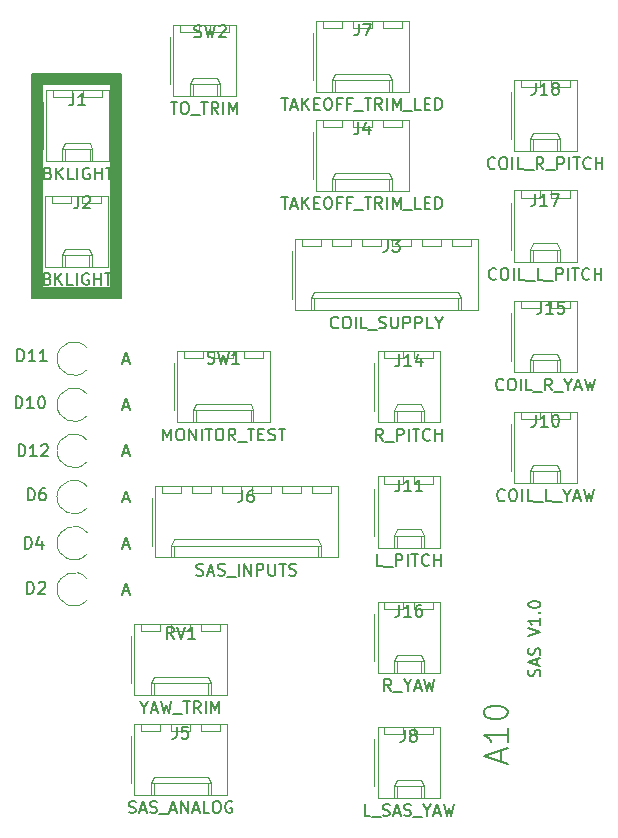
<source format=gbr>
%TF.GenerationSoftware,KiCad,Pcbnew,7.0.9*%
%TF.CreationDate,2023-12-03T08:09:49+10:00*%
%TF.ProjectId,SAS,5341532e-6b69-4636-9164-5f7063625858,rev?*%
%TF.SameCoordinates,Original*%
%TF.FileFunction,Legend,Top*%
%TF.FilePolarity,Positive*%
%FSLAX46Y46*%
G04 Gerber Fmt 4.6, Leading zero omitted, Abs format (unit mm)*
G04 Created by KiCad (PCBNEW 7.0.9) date 2023-12-03 08:09:49*
%MOMM*%
%LPD*%
G01*
G04 APERTURE LIST*
%ADD10C,0.150000*%
%ADD11C,0.120000*%
G04 APERTURE END LIST*
D10*
X115390000Y-50754600D02*
X114530000Y-50754600D01*
X114530000Y-69740000D01*
X115390000Y-69740000D01*
X115390000Y-50754600D01*
G36*
X115390000Y-50754600D02*
G01*
X114530000Y-50754600D01*
X114530000Y-69740000D01*
X115390000Y-69740000D01*
X115390000Y-50754600D01*
G37*
X108710000Y-51582300D02*
X107850000Y-51582300D01*
X107850000Y-68917700D01*
X108710000Y-68917700D01*
X108710000Y-51582300D01*
G36*
X108710000Y-51582300D02*
G01*
X107850000Y-51582300D01*
X107850000Y-68917700D01*
X108710000Y-68917700D01*
X108710000Y-51582300D01*
G37*
X115390000Y-68880000D02*
X107890000Y-68880000D01*
X107890000Y-69740000D01*
X115390000Y-69740000D01*
X115390000Y-68880000D01*
G36*
X115390000Y-68880000D02*
G01*
X107890000Y-68880000D01*
X107890000Y-69740000D01*
X115390000Y-69740000D01*
X115390000Y-68880000D01*
G37*
X114870000Y-50742300D02*
X107880000Y-50742300D01*
X107880000Y-51602300D01*
X114870000Y-51602300D01*
X114870000Y-50742300D01*
G36*
X114870000Y-50742300D02*
G01*
X107880000Y-50742300D01*
X107880000Y-51602300D01*
X114870000Y-51602300D01*
X114870000Y-50742300D01*
G37*
X147566009Y-109010363D02*
X147566009Y-108057982D01*
X148137438Y-109200839D02*
X146137438Y-108534173D01*
X146137438Y-108534173D02*
X148137438Y-107867506D01*
X148137438Y-106153220D02*
X148137438Y-107296077D01*
X148137438Y-106724649D02*
X146137438Y-106724649D01*
X146137438Y-106724649D02*
X146423152Y-106915125D01*
X146423152Y-106915125D02*
X146613628Y-107105601D01*
X146613628Y-107105601D02*
X146708866Y-107296077D01*
X146137438Y-104915125D02*
X146137438Y-104724648D01*
X146137438Y-104724648D02*
X146232676Y-104534172D01*
X146232676Y-104534172D02*
X146327914Y-104438934D01*
X146327914Y-104438934D02*
X146518390Y-104343696D01*
X146518390Y-104343696D02*
X146899342Y-104248458D01*
X146899342Y-104248458D02*
X147375533Y-104248458D01*
X147375533Y-104248458D02*
X147756485Y-104343696D01*
X147756485Y-104343696D02*
X147946961Y-104438934D01*
X147946961Y-104438934D02*
X148042200Y-104534172D01*
X148042200Y-104534172D02*
X148137438Y-104724648D01*
X148137438Y-104724648D02*
X148137438Y-104915125D01*
X148137438Y-104915125D02*
X148042200Y-105105601D01*
X148042200Y-105105601D02*
X147946961Y-105200839D01*
X147946961Y-105200839D02*
X147756485Y-105296077D01*
X147756485Y-105296077D02*
X147375533Y-105391315D01*
X147375533Y-105391315D02*
X146899342Y-105391315D01*
X146899342Y-105391315D02*
X146518390Y-105296077D01*
X146518390Y-105296077D02*
X146327914Y-105200839D01*
X146327914Y-105200839D02*
X146232676Y-105105601D01*
X146232676Y-105105601D02*
X146137438Y-104915125D01*
X150852200Y-101780839D02*
X150899819Y-101637982D01*
X150899819Y-101637982D02*
X150899819Y-101399887D01*
X150899819Y-101399887D02*
X150852200Y-101304649D01*
X150852200Y-101304649D02*
X150804580Y-101257030D01*
X150804580Y-101257030D02*
X150709342Y-101209411D01*
X150709342Y-101209411D02*
X150614104Y-101209411D01*
X150614104Y-101209411D02*
X150518866Y-101257030D01*
X150518866Y-101257030D02*
X150471247Y-101304649D01*
X150471247Y-101304649D02*
X150423628Y-101399887D01*
X150423628Y-101399887D02*
X150376009Y-101590363D01*
X150376009Y-101590363D02*
X150328390Y-101685601D01*
X150328390Y-101685601D02*
X150280771Y-101733220D01*
X150280771Y-101733220D02*
X150185533Y-101780839D01*
X150185533Y-101780839D02*
X150090295Y-101780839D01*
X150090295Y-101780839D02*
X149995057Y-101733220D01*
X149995057Y-101733220D02*
X149947438Y-101685601D01*
X149947438Y-101685601D02*
X149899819Y-101590363D01*
X149899819Y-101590363D02*
X149899819Y-101352268D01*
X149899819Y-101352268D02*
X149947438Y-101209411D01*
X150614104Y-100828458D02*
X150614104Y-100352268D01*
X150899819Y-100923696D02*
X149899819Y-100590363D01*
X149899819Y-100590363D02*
X150899819Y-100257030D01*
X150852200Y-99971315D02*
X150899819Y-99828458D01*
X150899819Y-99828458D02*
X150899819Y-99590363D01*
X150899819Y-99590363D02*
X150852200Y-99495125D01*
X150852200Y-99495125D02*
X150804580Y-99447506D01*
X150804580Y-99447506D02*
X150709342Y-99399887D01*
X150709342Y-99399887D02*
X150614104Y-99399887D01*
X150614104Y-99399887D02*
X150518866Y-99447506D01*
X150518866Y-99447506D02*
X150471247Y-99495125D01*
X150471247Y-99495125D02*
X150423628Y-99590363D01*
X150423628Y-99590363D02*
X150376009Y-99780839D01*
X150376009Y-99780839D02*
X150328390Y-99876077D01*
X150328390Y-99876077D02*
X150280771Y-99923696D01*
X150280771Y-99923696D02*
X150185533Y-99971315D01*
X150185533Y-99971315D02*
X150090295Y-99971315D01*
X150090295Y-99971315D02*
X149995057Y-99923696D01*
X149995057Y-99923696D02*
X149947438Y-99876077D01*
X149947438Y-99876077D02*
X149899819Y-99780839D01*
X149899819Y-99780839D02*
X149899819Y-99542744D01*
X149899819Y-99542744D02*
X149947438Y-99399887D01*
X149899819Y-98352267D02*
X150899819Y-98018934D01*
X150899819Y-98018934D02*
X149899819Y-97685601D01*
X150899819Y-96828458D02*
X150899819Y-97399886D01*
X150899819Y-97114172D02*
X149899819Y-97114172D01*
X149899819Y-97114172D02*
X150042676Y-97209410D01*
X150042676Y-97209410D02*
X150137914Y-97304648D01*
X150137914Y-97304648D02*
X150185533Y-97399886D01*
X150804580Y-96399886D02*
X150852200Y-96352267D01*
X150852200Y-96352267D02*
X150899819Y-96399886D01*
X150899819Y-96399886D02*
X150852200Y-96447505D01*
X150852200Y-96447505D02*
X150804580Y-96399886D01*
X150804580Y-96399886D02*
X150899819Y-96399886D01*
X149899819Y-95733220D02*
X149899819Y-95637982D01*
X149899819Y-95637982D02*
X149947438Y-95542744D01*
X149947438Y-95542744D02*
X149995057Y-95495125D01*
X149995057Y-95495125D02*
X150090295Y-95447506D01*
X150090295Y-95447506D02*
X150280771Y-95399887D01*
X150280771Y-95399887D02*
X150518866Y-95399887D01*
X150518866Y-95399887D02*
X150709342Y-95447506D01*
X150709342Y-95447506D02*
X150804580Y-95495125D01*
X150804580Y-95495125D02*
X150852200Y-95542744D01*
X150852200Y-95542744D02*
X150899819Y-95637982D01*
X150899819Y-95637982D02*
X150899819Y-95733220D01*
X150899819Y-95733220D02*
X150852200Y-95828458D01*
X150852200Y-95828458D02*
X150804580Y-95876077D01*
X150804580Y-95876077D02*
X150709342Y-95923696D01*
X150709342Y-95923696D02*
X150518866Y-95971315D01*
X150518866Y-95971315D02*
X150280771Y-95971315D01*
X150280771Y-95971315D02*
X150090295Y-95923696D01*
X150090295Y-95923696D02*
X149995057Y-95876077D01*
X149995057Y-95876077D02*
X149947438Y-95828458D01*
X149947438Y-95828458D02*
X149899819Y-95733220D01*
X106635714Y-75084819D02*
X106635714Y-74084819D01*
X106635714Y-74084819D02*
X106873809Y-74084819D01*
X106873809Y-74084819D02*
X107016666Y-74132438D01*
X107016666Y-74132438D02*
X107111904Y-74227676D01*
X107111904Y-74227676D02*
X107159523Y-74322914D01*
X107159523Y-74322914D02*
X107207142Y-74513390D01*
X107207142Y-74513390D02*
X107207142Y-74656247D01*
X107207142Y-74656247D02*
X107159523Y-74846723D01*
X107159523Y-74846723D02*
X107111904Y-74941961D01*
X107111904Y-74941961D02*
X107016666Y-75037200D01*
X107016666Y-75037200D02*
X106873809Y-75084819D01*
X106873809Y-75084819D02*
X106635714Y-75084819D01*
X108159523Y-75084819D02*
X107588095Y-75084819D01*
X107873809Y-75084819D02*
X107873809Y-74084819D01*
X107873809Y-74084819D02*
X107778571Y-74227676D01*
X107778571Y-74227676D02*
X107683333Y-74322914D01*
X107683333Y-74322914D02*
X107588095Y-74370533D01*
X109111904Y-75084819D02*
X108540476Y-75084819D01*
X108826190Y-75084819D02*
X108826190Y-74084819D01*
X108826190Y-74084819D02*
X108730952Y-74227676D01*
X108730952Y-74227676D02*
X108635714Y-74322914D01*
X108635714Y-74322914D02*
X108540476Y-74370533D01*
X115616905Y-75049104D02*
X116093095Y-75049104D01*
X115521667Y-75334819D02*
X115855000Y-74334819D01*
X115855000Y-74334819D02*
X116188333Y-75334819D01*
X106480714Y-79070819D02*
X106480714Y-78070819D01*
X106480714Y-78070819D02*
X106718809Y-78070819D01*
X106718809Y-78070819D02*
X106861666Y-78118438D01*
X106861666Y-78118438D02*
X106956904Y-78213676D01*
X106956904Y-78213676D02*
X107004523Y-78308914D01*
X107004523Y-78308914D02*
X107052142Y-78499390D01*
X107052142Y-78499390D02*
X107052142Y-78642247D01*
X107052142Y-78642247D02*
X107004523Y-78832723D01*
X107004523Y-78832723D02*
X106956904Y-78927961D01*
X106956904Y-78927961D02*
X106861666Y-79023200D01*
X106861666Y-79023200D02*
X106718809Y-79070819D01*
X106718809Y-79070819D02*
X106480714Y-79070819D01*
X108004523Y-79070819D02*
X107433095Y-79070819D01*
X107718809Y-79070819D02*
X107718809Y-78070819D01*
X107718809Y-78070819D02*
X107623571Y-78213676D01*
X107623571Y-78213676D02*
X107528333Y-78308914D01*
X107528333Y-78308914D02*
X107433095Y-78356533D01*
X108623571Y-78070819D02*
X108718809Y-78070819D01*
X108718809Y-78070819D02*
X108814047Y-78118438D01*
X108814047Y-78118438D02*
X108861666Y-78166057D01*
X108861666Y-78166057D02*
X108909285Y-78261295D01*
X108909285Y-78261295D02*
X108956904Y-78451771D01*
X108956904Y-78451771D02*
X108956904Y-78689866D01*
X108956904Y-78689866D02*
X108909285Y-78880342D01*
X108909285Y-78880342D02*
X108861666Y-78975580D01*
X108861666Y-78975580D02*
X108814047Y-79023200D01*
X108814047Y-79023200D02*
X108718809Y-79070819D01*
X108718809Y-79070819D02*
X108623571Y-79070819D01*
X108623571Y-79070819D02*
X108528333Y-79023200D01*
X108528333Y-79023200D02*
X108480714Y-78975580D01*
X108480714Y-78975580D02*
X108433095Y-78880342D01*
X108433095Y-78880342D02*
X108385476Y-78689866D01*
X108385476Y-78689866D02*
X108385476Y-78451771D01*
X108385476Y-78451771D02*
X108433095Y-78261295D01*
X108433095Y-78261295D02*
X108480714Y-78166057D01*
X108480714Y-78166057D02*
X108528333Y-78118438D01*
X108528333Y-78118438D02*
X108623571Y-78070819D01*
X115616905Y-78955104D02*
X116093095Y-78955104D01*
X115521667Y-79240819D02*
X115855000Y-78240819D01*
X115855000Y-78240819D02*
X116188333Y-79240819D01*
X107526905Y-86867819D02*
X107526905Y-85867819D01*
X107526905Y-85867819D02*
X107765000Y-85867819D01*
X107765000Y-85867819D02*
X107907857Y-85915438D01*
X107907857Y-85915438D02*
X108003095Y-86010676D01*
X108003095Y-86010676D02*
X108050714Y-86105914D01*
X108050714Y-86105914D02*
X108098333Y-86296390D01*
X108098333Y-86296390D02*
X108098333Y-86439247D01*
X108098333Y-86439247D02*
X108050714Y-86629723D01*
X108050714Y-86629723D02*
X108003095Y-86724961D01*
X108003095Y-86724961D02*
X107907857Y-86820200D01*
X107907857Y-86820200D02*
X107765000Y-86867819D01*
X107765000Y-86867819D02*
X107526905Y-86867819D01*
X108955476Y-85867819D02*
X108765000Y-85867819D01*
X108765000Y-85867819D02*
X108669762Y-85915438D01*
X108669762Y-85915438D02*
X108622143Y-85963057D01*
X108622143Y-85963057D02*
X108526905Y-86105914D01*
X108526905Y-86105914D02*
X108479286Y-86296390D01*
X108479286Y-86296390D02*
X108479286Y-86677342D01*
X108479286Y-86677342D02*
X108526905Y-86772580D01*
X108526905Y-86772580D02*
X108574524Y-86820200D01*
X108574524Y-86820200D02*
X108669762Y-86867819D01*
X108669762Y-86867819D02*
X108860238Y-86867819D01*
X108860238Y-86867819D02*
X108955476Y-86820200D01*
X108955476Y-86820200D02*
X109003095Y-86772580D01*
X109003095Y-86772580D02*
X109050714Y-86677342D01*
X109050714Y-86677342D02*
X109050714Y-86439247D01*
X109050714Y-86439247D02*
X109003095Y-86344009D01*
X109003095Y-86344009D02*
X108955476Y-86296390D01*
X108955476Y-86296390D02*
X108860238Y-86248771D01*
X108860238Y-86248771D02*
X108669762Y-86248771D01*
X108669762Y-86248771D02*
X108574524Y-86296390D01*
X108574524Y-86296390D02*
X108526905Y-86344009D01*
X108526905Y-86344009D02*
X108479286Y-86439247D01*
X115616905Y-86767104D02*
X116093095Y-86767104D01*
X115521667Y-87052819D02*
X115855000Y-86052819D01*
X115855000Y-86052819D02*
X116188333Y-87052819D01*
X107271905Y-90958819D02*
X107271905Y-89958819D01*
X107271905Y-89958819D02*
X107510000Y-89958819D01*
X107510000Y-89958819D02*
X107652857Y-90006438D01*
X107652857Y-90006438D02*
X107748095Y-90101676D01*
X107748095Y-90101676D02*
X107795714Y-90196914D01*
X107795714Y-90196914D02*
X107843333Y-90387390D01*
X107843333Y-90387390D02*
X107843333Y-90530247D01*
X107843333Y-90530247D02*
X107795714Y-90720723D01*
X107795714Y-90720723D02*
X107748095Y-90815961D01*
X107748095Y-90815961D02*
X107652857Y-90911200D01*
X107652857Y-90911200D02*
X107510000Y-90958819D01*
X107510000Y-90958819D02*
X107271905Y-90958819D01*
X108700476Y-90292152D02*
X108700476Y-90958819D01*
X108462381Y-89911200D02*
X108224286Y-90625485D01*
X108224286Y-90625485D02*
X108843333Y-90625485D01*
X115616905Y-90673104D02*
X116093095Y-90673104D01*
X115521667Y-90958819D02*
X115855000Y-89958819D01*
X115855000Y-89958819D02*
X116188333Y-90958819D01*
X107466905Y-94784819D02*
X107466905Y-93784819D01*
X107466905Y-93784819D02*
X107705000Y-93784819D01*
X107705000Y-93784819D02*
X107847857Y-93832438D01*
X107847857Y-93832438D02*
X107943095Y-93927676D01*
X107943095Y-93927676D02*
X107990714Y-94022914D01*
X107990714Y-94022914D02*
X108038333Y-94213390D01*
X108038333Y-94213390D02*
X108038333Y-94356247D01*
X108038333Y-94356247D02*
X107990714Y-94546723D01*
X107990714Y-94546723D02*
X107943095Y-94641961D01*
X107943095Y-94641961D02*
X107847857Y-94737200D01*
X107847857Y-94737200D02*
X107705000Y-94784819D01*
X107705000Y-94784819D02*
X107466905Y-94784819D01*
X108419286Y-93880057D02*
X108466905Y-93832438D01*
X108466905Y-93832438D02*
X108562143Y-93784819D01*
X108562143Y-93784819D02*
X108800238Y-93784819D01*
X108800238Y-93784819D02*
X108895476Y-93832438D01*
X108895476Y-93832438D02*
X108943095Y-93880057D01*
X108943095Y-93880057D02*
X108990714Y-93975295D01*
X108990714Y-93975295D02*
X108990714Y-94070533D01*
X108990714Y-94070533D02*
X108943095Y-94213390D01*
X108943095Y-94213390D02*
X108371667Y-94784819D01*
X108371667Y-94784819D02*
X108990714Y-94784819D01*
X115616905Y-94579104D02*
X116093095Y-94579104D01*
X115521667Y-94864819D02*
X115855000Y-93864819D01*
X115855000Y-93864819D02*
X116188333Y-94864819D01*
X135516666Y-46504819D02*
X135516666Y-47219104D01*
X135516666Y-47219104D02*
X135469047Y-47361961D01*
X135469047Y-47361961D02*
X135373809Y-47457200D01*
X135373809Y-47457200D02*
X135230952Y-47504819D01*
X135230952Y-47504819D02*
X135135714Y-47504819D01*
X135897619Y-46504819D02*
X136564285Y-46504819D01*
X136564285Y-46504819D02*
X136135714Y-47504819D01*
X128982857Y-52824819D02*
X129554285Y-52824819D01*
X129268571Y-53824819D02*
X129268571Y-52824819D01*
X129840000Y-53539104D02*
X130316190Y-53539104D01*
X129744762Y-53824819D02*
X130078095Y-52824819D01*
X130078095Y-52824819D02*
X130411428Y-53824819D01*
X130744762Y-53824819D02*
X130744762Y-52824819D01*
X131316190Y-53824819D02*
X130887619Y-53253390D01*
X131316190Y-52824819D02*
X130744762Y-53396247D01*
X131744762Y-53301009D02*
X132078095Y-53301009D01*
X132220952Y-53824819D02*
X131744762Y-53824819D01*
X131744762Y-53824819D02*
X131744762Y-52824819D01*
X131744762Y-52824819D02*
X132220952Y-52824819D01*
X132840000Y-52824819D02*
X133030476Y-52824819D01*
X133030476Y-52824819D02*
X133125714Y-52872438D01*
X133125714Y-52872438D02*
X133220952Y-52967676D01*
X133220952Y-52967676D02*
X133268571Y-53158152D01*
X133268571Y-53158152D02*
X133268571Y-53491485D01*
X133268571Y-53491485D02*
X133220952Y-53681961D01*
X133220952Y-53681961D02*
X133125714Y-53777200D01*
X133125714Y-53777200D02*
X133030476Y-53824819D01*
X133030476Y-53824819D02*
X132840000Y-53824819D01*
X132840000Y-53824819D02*
X132744762Y-53777200D01*
X132744762Y-53777200D02*
X132649524Y-53681961D01*
X132649524Y-53681961D02*
X132601905Y-53491485D01*
X132601905Y-53491485D02*
X132601905Y-53158152D01*
X132601905Y-53158152D02*
X132649524Y-52967676D01*
X132649524Y-52967676D02*
X132744762Y-52872438D01*
X132744762Y-52872438D02*
X132840000Y-52824819D01*
X134030476Y-53301009D02*
X133697143Y-53301009D01*
X133697143Y-53824819D02*
X133697143Y-52824819D01*
X133697143Y-52824819D02*
X134173333Y-52824819D01*
X134887619Y-53301009D02*
X134554286Y-53301009D01*
X134554286Y-53824819D02*
X134554286Y-52824819D01*
X134554286Y-52824819D02*
X135030476Y-52824819D01*
X135173334Y-53920057D02*
X135935238Y-53920057D01*
X136030477Y-52824819D02*
X136601905Y-52824819D01*
X136316191Y-53824819D02*
X136316191Y-52824819D01*
X137506667Y-53824819D02*
X137173334Y-53348628D01*
X136935239Y-53824819D02*
X136935239Y-52824819D01*
X136935239Y-52824819D02*
X137316191Y-52824819D01*
X137316191Y-52824819D02*
X137411429Y-52872438D01*
X137411429Y-52872438D02*
X137459048Y-52920057D01*
X137459048Y-52920057D02*
X137506667Y-53015295D01*
X137506667Y-53015295D02*
X137506667Y-53158152D01*
X137506667Y-53158152D02*
X137459048Y-53253390D01*
X137459048Y-53253390D02*
X137411429Y-53301009D01*
X137411429Y-53301009D02*
X137316191Y-53348628D01*
X137316191Y-53348628D02*
X136935239Y-53348628D01*
X137935239Y-53824819D02*
X137935239Y-52824819D01*
X138411429Y-53824819D02*
X138411429Y-52824819D01*
X138411429Y-52824819D02*
X138744762Y-53539104D01*
X138744762Y-53539104D02*
X139078095Y-52824819D01*
X139078095Y-52824819D02*
X139078095Y-53824819D01*
X139316191Y-53920057D02*
X140078095Y-53920057D01*
X140792381Y-53824819D02*
X140316191Y-53824819D01*
X140316191Y-53824819D02*
X140316191Y-52824819D01*
X141125715Y-53301009D02*
X141459048Y-53301009D01*
X141601905Y-53824819D02*
X141125715Y-53824819D01*
X141125715Y-53824819D02*
X141125715Y-52824819D01*
X141125715Y-52824819D02*
X141601905Y-52824819D01*
X142030477Y-53824819D02*
X142030477Y-52824819D01*
X142030477Y-52824819D02*
X142268572Y-52824819D01*
X142268572Y-52824819D02*
X142411429Y-52872438D01*
X142411429Y-52872438D02*
X142506667Y-52967676D01*
X142506667Y-52967676D02*
X142554286Y-53062914D01*
X142554286Y-53062914D02*
X142601905Y-53253390D01*
X142601905Y-53253390D02*
X142601905Y-53396247D01*
X142601905Y-53396247D02*
X142554286Y-53586723D01*
X142554286Y-53586723D02*
X142506667Y-53681961D01*
X142506667Y-53681961D02*
X142411429Y-53777200D01*
X142411429Y-53777200D02*
X142268572Y-53824819D01*
X142268572Y-53824819D02*
X142030477Y-53824819D01*
X122746667Y-75247200D02*
X122889524Y-75294819D01*
X122889524Y-75294819D02*
X123127619Y-75294819D01*
X123127619Y-75294819D02*
X123222857Y-75247200D01*
X123222857Y-75247200D02*
X123270476Y-75199580D01*
X123270476Y-75199580D02*
X123318095Y-75104342D01*
X123318095Y-75104342D02*
X123318095Y-75009104D01*
X123318095Y-75009104D02*
X123270476Y-74913866D01*
X123270476Y-74913866D02*
X123222857Y-74866247D01*
X123222857Y-74866247D02*
X123127619Y-74818628D01*
X123127619Y-74818628D02*
X122937143Y-74771009D01*
X122937143Y-74771009D02*
X122841905Y-74723390D01*
X122841905Y-74723390D02*
X122794286Y-74675771D01*
X122794286Y-74675771D02*
X122746667Y-74580533D01*
X122746667Y-74580533D02*
X122746667Y-74485295D01*
X122746667Y-74485295D02*
X122794286Y-74390057D01*
X122794286Y-74390057D02*
X122841905Y-74342438D01*
X122841905Y-74342438D02*
X122937143Y-74294819D01*
X122937143Y-74294819D02*
X123175238Y-74294819D01*
X123175238Y-74294819D02*
X123318095Y-74342438D01*
X123651429Y-74294819D02*
X123889524Y-75294819D01*
X123889524Y-75294819D02*
X124080000Y-74580533D01*
X124080000Y-74580533D02*
X124270476Y-75294819D01*
X124270476Y-75294819D02*
X124508572Y-74294819D01*
X125413333Y-75294819D02*
X124841905Y-75294819D01*
X125127619Y-75294819D02*
X125127619Y-74294819D01*
X125127619Y-74294819D02*
X125032381Y-74437676D01*
X125032381Y-74437676D02*
X124937143Y-74532914D01*
X124937143Y-74532914D02*
X124841905Y-74580533D01*
X118984762Y-81804819D02*
X118984762Y-80804819D01*
X118984762Y-80804819D02*
X119318095Y-81519104D01*
X119318095Y-81519104D02*
X119651428Y-80804819D01*
X119651428Y-80804819D02*
X119651428Y-81804819D01*
X120318095Y-80804819D02*
X120508571Y-80804819D01*
X120508571Y-80804819D02*
X120603809Y-80852438D01*
X120603809Y-80852438D02*
X120699047Y-80947676D01*
X120699047Y-80947676D02*
X120746666Y-81138152D01*
X120746666Y-81138152D02*
X120746666Y-81471485D01*
X120746666Y-81471485D02*
X120699047Y-81661961D01*
X120699047Y-81661961D02*
X120603809Y-81757200D01*
X120603809Y-81757200D02*
X120508571Y-81804819D01*
X120508571Y-81804819D02*
X120318095Y-81804819D01*
X120318095Y-81804819D02*
X120222857Y-81757200D01*
X120222857Y-81757200D02*
X120127619Y-81661961D01*
X120127619Y-81661961D02*
X120080000Y-81471485D01*
X120080000Y-81471485D02*
X120080000Y-81138152D01*
X120080000Y-81138152D02*
X120127619Y-80947676D01*
X120127619Y-80947676D02*
X120222857Y-80852438D01*
X120222857Y-80852438D02*
X120318095Y-80804819D01*
X121175238Y-81804819D02*
X121175238Y-80804819D01*
X121175238Y-80804819D02*
X121746666Y-81804819D01*
X121746666Y-81804819D02*
X121746666Y-80804819D01*
X122222857Y-81804819D02*
X122222857Y-80804819D01*
X122556190Y-80804819D02*
X123127618Y-80804819D01*
X122841904Y-81804819D02*
X122841904Y-80804819D01*
X123651428Y-80804819D02*
X123841904Y-80804819D01*
X123841904Y-80804819D02*
X123937142Y-80852438D01*
X123937142Y-80852438D02*
X124032380Y-80947676D01*
X124032380Y-80947676D02*
X124079999Y-81138152D01*
X124079999Y-81138152D02*
X124079999Y-81471485D01*
X124079999Y-81471485D02*
X124032380Y-81661961D01*
X124032380Y-81661961D02*
X123937142Y-81757200D01*
X123937142Y-81757200D02*
X123841904Y-81804819D01*
X123841904Y-81804819D02*
X123651428Y-81804819D01*
X123651428Y-81804819D02*
X123556190Y-81757200D01*
X123556190Y-81757200D02*
X123460952Y-81661961D01*
X123460952Y-81661961D02*
X123413333Y-81471485D01*
X123413333Y-81471485D02*
X123413333Y-81138152D01*
X123413333Y-81138152D02*
X123460952Y-80947676D01*
X123460952Y-80947676D02*
X123556190Y-80852438D01*
X123556190Y-80852438D02*
X123651428Y-80804819D01*
X125079999Y-81804819D02*
X124746666Y-81328628D01*
X124508571Y-81804819D02*
X124508571Y-80804819D01*
X124508571Y-80804819D02*
X124889523Y-80804819D01*
X124889523Y-80804819D02*
X124984761Y-80852438D01*
X124984761Y-80852438D02*
X125032380Y-80900057D01*
X125032380Y-80900057D02*
X125079999Y-80995295D01*
X125079999Y-80995295D02*
X125079999Y-81138152D01*
X125079999Y-81138152D02*
X125032380Y-81233390D01*
X125032380Y-81233390D02*
X124984761Y-81281009D01*
X124984761Y-81281009D02*
X124889523Y-81328628D01*
X124889523Y-81328628D02*
X124508571Y-81328628D01*
X125270476Y-81900057D02*
X126032380Y-81900057D01*
X126127619Y-80804819D02*
X126699047Y-80804819D01*
X126413333Y-81804819D02*
X126413333Y-80804819D01*
X127032381Y-81281009D02*
X127365714Y-81281009D01*
X127508571Y-81804819D02*
X127032381Y-81804819D01*
X127032381Y-81804819D02*
X127032381Y-80804819D01*
X127032381Y-80804819D02*
X127508571Y-80804819D01*
X127889524Y-81757200D02*
X128032381Y-81804819D01*
X128032381Y-81804819D02*
X128270476Y-81804819D01*
X128270476Y-81804819D02*
X128365714Y-81757200D01*
X128365714Y-81757200D02*
X128413333Y-81709580D01*
X128413333Y-81709580D02*
X128460952Y-81614342D01*
X128460952Y-81614342D02*
X128460952Y-81519104D01*
X128460952Y-81519104D02*
X128413333Y-81423866D01*
X128413333Y-81423866D02*
X128365714Y-81376247D01*
X128365714Y-81376247D02*
X128270476Y-81328628D01*
X128270476Y-81328628D02*
X128080000Y-81281009D01*
X128080000Y-81281009D02*
X127984762Y-81233390D01*
X127984762Y-81233390D02*
X127937143Y-81185771D01*
X127937143Y-81185771D02*
X127889524Y-81090533D01*
X127889524Y-81090533D02*
X127889524Y-80995295D01*
X127889524Y-80995295D02*
X127937143Y-80900057D01*
X127937143Y-80900057D02*
X127984762Y-80852438D01*
X127984762Y-80852438D02*
X128080000Y-80804819D01*
X128080000Y-80804819D02*
X128318095Y-80804819D01*
X128318095Y-80804819D02*
X128460952Y-80852438D01*
X128746667Y-80804819D02*
X129318095Y-80804819D01*
X129032381Y-81804819D02*
X129032381Y-80804819D01*
X119854761Y-98584819D02*
X119521428Y-98108628D01*
X119283333Y-98584819D02*
X119283333Y-97584819D01*
X119283333Y-97584819D02*
X119664285Y-97584819D01*
X119664285Y-97584819D02*
X119759523Y-97632438D01*
X119759523Y-97632438D02*
X119807142Y-97680057D01*
X119807142Y-97680057D02*
X119854761Y-97775295D01*
X119854761Y-97775295D02*
X119854761Y-97918152D01*
X119854761Y-97918152D02*
X119807142Y-98013390D01*
X119807142Y-98013390D02*
X119759523Y-98061009D01*
X119759523Y-98061009D02*
X119664285Y-98108628D01*
X119664285Y-98108628D02*
X119283333Y-98108628D01*
X120140476Y-97584819D02*
X120473809Y-98584819D01*
X120473809Y-98584819D02*
X120807142Y-97584819D01*
X121664285Y-98584819D02*
X121092857Y-98584819D01*
X121378571Y-98584819D02*
X121378571Y-97584819D01*
X121378571Y-97584819D02*
X121283333Y-97727676D01*
X121283333Y-97727676D02*
X121188095Y-97822914D01*
X121188095Y-97822914D02*
X121092857Y-97870533D01*
X117378571Y-104418628D02*
X117378571Y-104894819D01*
X117045238Y-103894819D02*
X117378571Y-104418628D01*
X117378571Y-104418628D02*
X117711904Y-103894819D01*
X117997619Y-104609104D02*
X118473809Y-104609104D01*
X117902381Y-104894819D02*
X118235714Y-103894819D01*
X118235714Y-103894819D02*
X118569047Y-104894819D01*
X118807143Y-103894819D02*
X119045238Y-104894819D01*
X119045238Y-104894819D02*
X119235714Y-104180533D01*
X119235714Y-104180533D02*
X119426190Y-104894819D01*
X119426190Y-104894819D02*
X119664286Y-103894819D01*
X119807143Y-104990057D02*
X120569047Y-104990057D01*
X120664286Y-103894819D02*
X121235714Y-103894819D01*
X120950000Y-104894819D02*
X120950000Y-103894819D01*
X122140476Y-104894819D02*
X121807143Y-104418628D01*
X121569048Y-104894819D02*
X121569048Y-103894819D01*
X121569048Y-103894819D02*
X121950000Y-103894819D01*
X121950000Y-103894819D02*
X122045238Y-103942438D01*
X122045238Y-103942438D02*
X122092857Y-103990057D01*
X122092857Y-103990057D02*
X122140476Y-104085295D01*
X122140476Y-104085295D02*
X122140476Y-104228152D01*
X122140476Y-104228152D02*
X122092857Y-104323390D01*
X122092857Y-104323390D02*
X122045238Y-104371009D01*
X122045238Y-104371009D02*
X121950000Y-104418628D01*
X121950000Y-104418628D02*
X121569048Y-104418628D01*
X122569048Y-104894819D02*
X122569048Y-103894819D01*
X123045238Y-104894819D02*
X123045238Y-103894819D01*
X123045238Y-103894819D02*
X123378571Y-104609104D01*
X123378571Y-104609104D02*
X123711904Y-103894819D01*
X123711904Y-103894819D02*
X123711904Y-104894819D01*
X125666666Y-86004819D02*
X125666666Y-86719104D01*
X125666666Y-86719104D02*
X125619047Y-86861961D01*
X125619047Y-86861961D02*
X125523809Y-86957200D01*
X125523809Y-86957200D02*
X125380952Y-87004819D01*
X125380952Y-87004819D02*
X125285714Y-87004819D01*
X126571428Y-86004819D02*
X126380952Y-86004819D01*
X126380952Y-86004819D02*
X126285714Y-86052438D01*
X126285714Y-86052438D02*
X126238095Y-86100057D01*
X126238095Y-86100057D02*
X126142857Y-86242914D01*
X126142857Y-86242914D02*
X126095238Y-86433390D01*
X126095238Y-86433390D02*
X126095238Y-86814342D01*
X126095238Y-86814342D02*
X126142857Y-86909580D01*
X126142857Y-86909580D02*
X126190476Y-86957200D01*
X126190476Y-86957200D02*
X126285714Y-87004819D01*
X126285714Y-87004819D02*
X126476190Y-87004819D01*
X126476190Y-87004819D02*
X126571428Y-86957200D01*
X126571428Y-86957200D02*
X126619047Y-86909580D01*
X126619047Y-86909580D02*
X126666666Y-86814342D01*
X126666666Y-86814342D02*
X126666666Y-86576247D01*
X126666666Y-86576247D02*
X126619047Y-86481009D01*
X126619047Y-86481009D02*
X126571428Y-86433390D01*
X126571428Y-86433390D02*
X126476190Y-86385771D01*
X126476190Y-86385771D02*
X126285714Y-86385771D01*
X126285714Y-86385771D02*
X126190476Y-86433390D01*
X126190476Y-86433390D02*
X126142857Y-86481009D01*
X126142857Y-86481009D02*
X126095238Y-86576247D01*
X121795714Y-93207200D02*
X121938571Y-93254819D01*
X121938571Y-93254819D02*
X122176666Y-93254819D01*
X122176666Y-93254819D02*
X122271904Y-93207200D01*
X122271904Y-93207200D02*
X122319523Y-93159580D01*
X122319523Y-93159580D02*
X122367142Y-93064342D01*
X122367142Y-93064342D02*
X122367142Y-92969104D01*
X122367142Y-92969104D02*
X122319523Y-92873866D01*
X122319523Y-92873866D02*
X122271904Y-92826247D01*
X122271904Y-92826247D02*
X122176666Y-92778628D01*
X122176666Y-92778628D02*
X121986190Y-92731009D01*
X121986190Y-92731009D02*
X121890952Y-92683390D01*
X121890952Y-92683390D02*
X121843333Y-92635771D01*
X121843333Y-92635771D02*
X121795714Y-92540533D01*
X121795714Y-92540533D02*
X121795714Y-92445295D01*
X121795714Y-92445295D02*
X121843333Y-92350057D01*
X121843333Y-92350057D02*
X121890952Y-92302438D01*
X121890952Y-92302438D02*
X121986190Y-92254819D01*
X121986190Y-92254819D02*
X122224285Y-92254819D01*
X122224285Y-92254819D02*
X122367142Y-92302438D01*
X122748095Y-92969104D02*
X123224285Y-92969104D01*
X122652857Y-93254819D02*
X122986190Y-92254819D01*
X122986190Y-92254819D02*
X123319523Y-93254819D01*
X123605238Y-93207200D02*
X123748095Y-93254819D01*
X123748095Y-93254819D02*
X123986190Y-93254819D01*
X123986190Y-93254819D02*
X124081428Y-93207200D01*
X124081428Y-93207200D02*
X124129047Y-93159580D01*
X124129047Y-93159580D02*
X124176666Y-93064342D01*
X124176666Y-93064342D02*
X124176666Y-92969104D01*
X124176666Y-92969104D02*
X124129047Y-92873866D01*
X124129047Y-92873866D02*
X124081428Y-92826247D01*
X124081428Y-92826247D02*
X123986190Y-92778628D01*
X123986190Y-92778628D02*
X123795714Y-92731009D01*
X123795714Y-92731009D02*
X123700476Y-92683390D01*
X123700476Y-92683390D02*
X123652857Y-92635771D01*
X123652857Y-92635771D02*
X123605238Y-92540533D01*
X123605238Y-92540533D02*
X123605238Y-92445295D01*
X123605238Y-92445295D02*
X123652857Y-92350057D01*
X123652857Y-92350057D02*
X123700476Y-92302438D01*
X123700476Y-92302438D02*
X123795714Y-92254819D01*
X123795714Y-92254819D02*
X124033809Y-92254819D01*
X124033809Y-92254819D02*
X124176666Y-92302438D01*
X124367143Y-93350057D02*
X125129047Y-93350057D01*
X125367143Y-93254819D02*
X125367143Y-92254819D01*
X125843333Y-93254819D02*
X125843333Y-92254819D01*
X125843333Y-92254819D02*
X126414761Y-93254819D01*
X126414761Y-93254819D02*
X126414761Y-92254819D01*
X126890952Y-93254819D02*
X126890952Y-92254819D01*
X126890952Y-92254819D02*
X127271904Y-92254819D01*
X127271904Y-92254819D02*
X127367142Y-92302438D01*
X127367142Y-92302438D02*
X127414761Y-92350057D01*
X127414761Y-92350057D02*
X127462380Y-92445295D01*
X127462380Y-92445295D02*
X127462380Y-92588152D01*
X127462380Y-92588152D02*
X127414761Y-92683390D01*
X127414761Y-92683390D02*
X127367142Y-92731009D01*
X127367142Y-92731009D02*
X127271904Y-92778628D01*
X127271904Y-92778628D02*
X126890952Y-92778628D01*
X127890952Y-92254819D02*
X127890952Y-93064342D01*
X127890952Y-93064342D02*
X127938571Y-93159580D01*
X127938571Y-93159580D02*
X127986190Y-93207200D01*
X127986190Y-93207200D02*
X128081428Y-93254819D01*
X128081428Y-93254819D02*
X128271904Y-93254819D01*
X128271904Y-93254819D02*
X128367142Y-93207200D01*
X128367142Y-93207200D02*
X128414761Y-93159580D01*
X128414761Y-93159580D02*
X128462380Y-93064342D01*
X128462380Y-93064342D02*
X128462380Y-92254819D01*
X128795714Y-92254819D02*
X129367142Y-92254819D01*
X129081428Y-93254819D02*
X129081428Y-92254819D01*
X129652857Y-93207200D02*
X129795714Y-93254819D01*
X129795714Y-93254819D02*
X130033809Y-93254819D01*
X130033809Y-93254819D02*
X130129047Y-93207200D01*
X130129047Y-93207200D02*
X130176666Y-93159580D01*
X130176666Y-93159580D02*
X130224285Y-93064342D01*
X130224285Y-93064342D02*
X130224285Y-92969104D01*
X130224285Y-92969104D02*
X130176666Y-92873866D01*
X130176666Y-92873866D02*
X130129047Y-92826247D01*
X130129047Y-92826247D02*
X130033809Y-92778628D01*
X130033809Y-92778628D02*
X129843333Y-92731009D01*
X129843333Y-92731009D02*
X129748095Y-92683390D01*
X129748095Y-92683390D02*
X129700476Y-92635771D01*
X129700476Y-92635771D02*
X129652857Y-92540533D01*
X129652857Y-92540533D02*
X129652857Y-92445295D01*
X129652857Y-92445295D02*
X129700476Y-92350057D01*
X129700476Y-92350057D02*
X129748095Y-92302438D01*
X129748095Y-92302438D02*
X129843333Y-92254819D01*
X129843333Y-92254819D02*
X130081428Y-92254819D01*
X130081428Y-92254819D02*
X130224285Y-92302438D01*
X120106666Y-106044819D02*
X120106666Y-106759104D01*
X120106666Y-106759104D02*
X120059047Y-106901961D01*
X120059047Y-106901961D02*
X119963809Y-106997200D01*
X119963809Y-106997200D02*
X119820952Y-107044819D01*
X119820952Y-107044819D02*
X119725714Y-107044819D01*
X121059047Y-106044819D02*
X120582857Y-106044819D01*
X120582857Y-106044819D02*
X120535238Y-106521009D01*
X120535238Y-106521009D02*
X120582857Y-106473390D01*
X120582857Y-106473390D02*
X120678095Y-106425771D01*
X120678095Y-106425771D02*
X120916190Y-106425771D01*
X120916190Y-106425771D02*
X121011428Y-106473390D01*
X121011428Y-106473390D02*
X121059047Y-106521009D01*
X121059047Y-106521009D02*
X121106666Y-106616247D01*
X121106666Y-106616247D02*
X121106666Y-106854342D01*
X121106666Y-106854342D02*
X121059047Y-106949580D01*
X121059047Y-106949580D02*
X121011428Y-106997200D01*
X121011428Y-106997200D02*
X120916190Y-107044819D01*
X120916190Y-107044819D02*
X120678095Y-107044819D01*
X120678095Y-107044819D02*
X120582857Y-106997200D01*
X120582857Y-106997200D02*
X120535238Y-106949580D01*
X116069047Y-113297200D02*
X116211904Y-113344819D01*
X116211904Y-113344819D02*
X116449999Y-113344819D01*
X116449999Y-113344819D02*
X116545237Y-113297200D01*
X116545237Y-113297200D02*
X116592856Y-113249580D01*
X116592856Y-113249580D02*
X116640475Y-113154342D01*
X116640475Y-113154342D02*
X116640475Y-113059104D01*
X116640475Y-113059104D02*
X116592856Y-112963866D01*
X116592856Y-112963866D02*
X116545237Y-112916247D01*
X116545237Y-112916247D02*
X116449999Y-112868628D01*
X116449999Y-112868628D02*
X116259523Y-112821009D01*
X116259523Y-112821009D02*
X116164285Y-112773390D01*
X116164285Y-112773390D02*
X116116666Y-112725771D01*
X116116666Y-112725771D02*
X116069047Y-112630533D01*
X116069047Y-112630533D02*
X116069047Y-112535295D01*
X116069047Y-112535295D02*
X116116666Y-112440057D01*
X116116666Y-112440057D02*
X116164285Y-112392438D01*
X116164285Y-112392438D02*
X116259523Y-112344819D01*
X116259523Y-112344819D02*
X116497618Y-112344819D01*
X116497618Y-112344819D02*
X116640475Y-112392438D01*
X117021428Y-113059104D02*
X117497618Y-113059104D01*
X116926190Y-113344819D02*
X117259523Y-112344819D01*
X117259523Y-112344819D02*
X117592856Y-113344819D01*
X117878571Y-113297200D02*
X118021428Y-113344819D01*
X118021428Y-113344819D02*
X118259523Y-113344819D01*
X118259523Y-113344819D02*
X118354761Y-113297200D01*
X118354761Y-113297200D02*
X118402380Y-113249580D01*
X118402380Y-113249580D02*
X118449999Y-113154342D01*
X118449999Y-113154342D02*
X118449999Y-113059104D01*
X118449999Y-113059104D02*
X118402380Y-112963866D01*
X118402380Y-112963866D02*
X118354761Y-112916247D01*
X118354761Y-112916247D02*
X118259523Y-112868628D01*
X118259523Y-112868628D02*
X118069047Y-112821009D01*
X118069047Y-112821009D02*
X117973809Y-112773390D01*
X117973809Y-112773390D02*
X117926190Y-112725771D01*
X117926190Y-112725771D02*
X117878571Y-112630533D01*
X117878571Y-112630533D02*
X117878571Y-112535295D01*
X117878571Y-112535295D02*
X117926190Y-112440057D01*
X117926190Y-112440057D02*
X117973809Y-112392438D01*
X117973809Y-112392438D02*
X118069047Y-112344819D01*
X118069047Y-112344819D02*
X118307142Y-112344819D01*
X118307142Y-112344819D02*
X118449999Y-112392438D01*
X118640476Y-113440057D02*
X119402380Y-113440057D01*
X119592857Y-113059104D02*
X120069047Y-113059104D01*
X119497619Y-113344819D02*
X119830952Y-112344819D01*
X119830952Y-112344819D02*
X120164285Y-113344819D01*
X120497619Y-113344819D02*
X120497619Y-112344819D01*
X120497619Y-112344819D02*
X121069047Y-113344819D01*
X121069047Y-113344819D02*
X121069047Y-112344819D01*
X121497619Y-113059104D02*
X121973809Y-113059104D01*
X121402381Y-113344819D02*
X121735714Y-112344819D01*
X121735714Y-112344819D02*
X122069047Y-113344819D01*
X122878571Y-113344819D02*
X122402381Y-113344819D01*
X122402381Y-113344819D02*
X122402381Y-112344819D01*
X123402381Y-112344819D02*
X123592857Y-112344819D01*
X123592857Y-112344819D02*
X123688095Y-112392438D01*
X123688095Y-112392438D02*
X123783333Y-112487676D01*
X123783333Y-112487676D02*
X123830952Y-112678152D01*
X123830952Y-112678152D02*
X123830952Y-113011485D01*
X123830952Y-113011485D02*
X123783333Y-113201961D01*
X123783333Y-113201961D02*
X123688095Y-113297200D01*
X123688095Y-113297200D02*
X123592857Y-113344819D01*
X123592857Y-113344819D02*
X123402381Y-113344819D01*
X123402381Y-113344819D02*
X123307143Y-113297200D01*
X123307143Y-113297200D02*
X123211905Y-113201961D01*
X123211905Y-113201961D02*
X123164286Y-113011485D01*
X123164286Y-113011485D02*
X123164286Y-112678152D01*
X123164286Y-112678152D02*
X123211905Y-112487676D01*
X123211905Y-112487676D02*
X123307143Y-112392438D01*
X123307143Y-112392438D02*
X123402381Y-112344819D01*
X124783333Y-112392438D02*
X124688095Y-112344819D01*
X124688095Y-112344819D02*
X124545238Y-112344819D01*
X124545238Y-112344819D02*
X124402381Y-112392438D01*
X124402381Y-112392438D02*
X124307143Y-112487676D01*
X124307143Y-112487676D02*
X124259524Y-112582914D01*
X124259524Y-112582914D02*
X124211905Y-112773390D01*
X124211905Y-112773390D02*
X124211905Y-112916247D01*
X124211905Y-112916247D02*
X124259524Y-113106723D01*
X124259524Y-113106723D02*
X124307143Y-113201961D01*
X124307143Y-113201961D02*
X124402381Y-113297200D01*
X124402381Y-113297200D02*
X124545238Y-113344819D01*
X124545238Y-113344819D02*
X124640476Y-113344819D01*
X124640476Y-113344819D02*
X124783333Y-113297200D01*
X124783333Y-113297200D02*
X124830952Y-113249580D01*
X124830952Y-113249580D02*
X124830952Y-112916247D01*
X124830952Y-112916247D02*
X124640476Y-112916247D01*
X135506666Y-54884819D02*
X135506666Y-55599104D01*
X135506666Y-55599104D02*
X135459047Y-55741961D01*
X135459047Y-55741961D02*
X135363809Y-55837200D01*
X135363809Y-55837200D02*
X135220952Y-55884819D01*
X135220952Y-55884819D02*
X135125714Y-55884819D01*
X136411428Y-55218152D02*
X136411428Y-55884819D01*
X136173333Y-54837200D02*
X135935238Y-55551485D01*
X135935238Y-55551485D02*
X136554285Y-55551485D01*
X128982857Y-61204819D02*
X129554285Y-61204819D01*
X129268571Y-62204819D02*
X129268571Y-61204819D01*
X129840000Y-61919104D02*
X130316190Y-61919104D01*
X129744762Y-62204819D02*
X130078095Y-61204819D01*
X130078095Y-61204819D02*
X130411428Y-62204819D01*
X130744762Y-62204819D02*
X130744762Y-61204819D01*
X131316190Y-62204819D02*
X130887619Y-61633390D01*
X131316190Y-61204819D02*
X130744762Y-61776247D01*
X131744762Y-61681009D02*
X132078095Y-61681009D01*
X132220952Y-62204819D02*
X131744762Y-62204819D01*
X131744762Y-62204819D02*
X131744762Y-61204819D01*
X131744762Y-61204819D02*
X132220952Y-61204819D01*
X132840000Y-61204819D02*
X133030476Y-61204819D01*
X133030476Y-61204819D02*
X133125714Y-61252438D01*
X133125714Y-61252438D02*
X133220952Y-61347676D01*
X133220952Y-61347676D02*
X133268571Y-61538152D01*
X133268571Y-61538152D02*
X133268571Y-61871485D01*
X133268571Y-61871485D02*
X133220952Y-62061961D01*
X133220952Y-62061961D02*
X133125714Y-62157200D01*
X133125714Y-62157200D02*
X133030476Y-62204819D01*
X133030476Y-62204819D02*
X132840000Y-62204819D01*
X132840000Y-62204819D02*
X132744762Y-62157200D01*
X132744762Y-62157200D02*
X132649524Y-62061961D01*
X132649524Y-62061961D02*
X132601905Y-61871485D01*
X132601905Y-61871485D02*
X132601905Y-61538152D01*
X132601905Y-61538152D02*
X132649524Y-61347676D01*
X132649524Y-61347676D02*
X132744762Y-61252438D01*
X132744762Y-61252438D02*
X132840000Y-61204819D01*
X134030476Y-61681009D02*
X133697143Y-61681009D01*
X133697143Y-62204819D02*
X133697143Y-61204819D01*
X133697143Y-61204819D02*
X134173333Y-61204819D01*
X134887619Y-61681009D02*
X134554286Y-61681009D01*
X134554286Y-62204819D02*
X134554286Y-61204819D01*
X134554286Y-61204819D02*
X135030476Y-61204819D01*
X135173334Y-62300057D02*
X135935238Y-62300057D01*
X136030477Y-61204819D02*
X136601905Y-61204819D01*
X136316191Y-62204819D02*
X136316191Y-61204819D01*
X137506667Y-62204819D02*
X137173334Y-61728628D01*
X136935239Y-62204819D02*
X136935239Y-61204819D01*
X136935239Y-61204819D02*
X137316191Y-61204819D01*
X137316191Y-61204819D02*
X137411429Y-61252438D01*
X137411429Y-61252438D02*
X137459048Y-61300057D01*
X137459048Y-61300057D02*
X137506667Y-61395295D01*
X137506667Y-61395295D02*
X137506667Y-61538152D01*
X137506667Y-61538152D02*
X137459048Y-61633390D01*
X137459048Y-61633390D02*
X137411429Y-61681009D01*
X137411429Y-61681009D02*
X137316191Y-61728628D01*
X137316191Y-61728628D02*
X136935239Y-61728628D01*
X137935239Y-62204819D02*
X137935239Y-61204819D01*
X138411429Y-62204819D02*
X138411429Y-61204819D01*
X138411429Y-61204819D02*
X138744762Y-61919104D01*
X138744762Y-61919104D02*
X139078095Y-61204819D01*
X139078095Y-61204819D02*
X139078095Y-62204819D01*
X139316191Y-62300057D02*
X140078095Y-62300057D01*
X140792381Y-62204819D02*
X140316191Y-62204819D01*
X140316191Y-62204819D02*
X140316191Y-61204819D01*
X141125715Y-61681009D02*
X141459048Y-61681009D01*
X141601905Y-62204819D02*
X141125715Y-62204819D01*
X141125715Y-62204819D02*
X141125715Y-61204819D01*
X141125715Y-61204819D02*
X141601905Y-61204819D01*
X142030477Y-62204819D02*
X142030477Y-61204819D01*
X142030477Y-61204819D02*
X142268572Y-61204819D01*
X142268572Y-61204819D02*
X142411429Y-61252438D01*
X142411429Y-61252438D02*
X142506667Y-61347676D01*
X142506667Y-61347676D02*
X142554286Y-61442914D01*
X142554286Y-61442914D02*
X142601905Y-61633390D01*
X142601905Y-61633390D02*
X142601905Y-61776247D01*
X142601905Y-61776247D02*
X142554286Y-61966723D01*
X142554286Y-61966723D02*
X142506667Y-62061961D01*
X142506667Y-62061961D02*
X142411429Y-62157200D01*
X142411429Y-62157200D02*
X142268572Y-62204819D01*
X142268572Y-62204819D02*
X142030477Y-62204819D01*
X137996666Y-64814819D02*
X137996666Y-65529104D01*
X137996666Y-65529104D02*
X137949047Y-65671961D01*
X137949047Y-65671961D02*
X137853809Y-65767200D01*
X137853809Y-65767200D02*
X137710952Y-65814819D01*
X137710952Y-65814819D02*
X137615714Y-65814819D01*
X138377619Y-64814819D02*
X138996666Y-64814819D01*
X138996666Y-64814819D02*
X138663333Y-65195771D01*
X138663333Y-65195771D02*
X138806190Y-65195771D01*
X138806190Y-65195771D02*
X138901428Y-65243390D01*
X138901428Y-65243390D02*
X138949047Y-65291009D01*
X138949047Y-65291009D02*
X138996666Y-65386247D01*
X138996666Y-65386247D02*
X138996666Y-65624342D01*
X138996666Y-65624342D02*
X138949047Y-65719580D01*
X138949047Y-65719580D02*
X138901428Y-65767200D01*
X138901428Y-65767200D02*
X138806190Y-65814819D01*
X138806190Y-65814819D02*
X138520476Y-65814819D01*
X138520476Y-65814819D02*
X138425238Y-65767200D01*
X138425238Y-65767200D02*
X138377619Y-65719580D01*
X133788571Y-72229580D02*
X133740952Y-72277200D01*
X133740952Y-72277200D02*
X133598095Y-72324819D01*
X133598095Y-72324819D02*
X133502857Y-72324819D01*
X133502857Y-72324819D02*
X133360000Y-72277200D01*
X133360000Y-72277200D02*
X133264762Y-72181961D01*
X133264762Y-72181961D02*
X133217143Y-72086723D01*
X133217143Y-72086723D02*
X133169524Y-71896247D01*
X133169524Y-71896247D02*
X133169524Y-71753390D01*
X133169524Y-71753390D02*
X133217143Y-71562914D01*
X133217143Y-71562914D02*
X133264762Y-71467676D01*
X133264762Y-71467676D02*
X133360000Y-71372438D01*
X133360000Y-71372438D02*
X133502857Y-71324819D01*
X133502857Y-71324819D02*
X133598095Y-71324819D01*
X133598095Y-71324819D02*
X133740952Y-71372438D01*
X133740952Y-71372438D02*
X133788571Y-71420057D01*
X134407619Y-71324819D02*
X134598095Y-71324819D01*
X134598095Y-71324819D02*
X134693333Y-71372438D01*
X134693333Y-71372438D02*
X134788571Y-71467676D01*
X134788571Y-71467676D02*
X134836190Y-71658152D01*
X134836190Y-71658152D02*
X134836190Y-71991485D01*
X134836190Y-71991485D02*
X134788571Y-72181961D01*
X134788571Y-72181961D02*
X134693333Y-72277200D01*
X134693333Y-72277200D02*
X134598095Y-72324819D01*
X134598095Y-72324819D02*
X134407619Y-72324819D01*
X134407619Y-72324819D02*
X134312381Y-72277200D01*
X134312381Y-72277200D02*
X134217143Y-72181961D01*
X134217143Y-72181961D02*
X134169524Y-71991485D01*
X134169524Y-71991485D02*
X134169524Y-71658152D01*
X134169524Y-71658152D02*
X134217143Y-71467676D01*
X134217143Y-71467676D02*
X134312381Y-71372438D01*
X134312381Y-71372438D02*
X134407619Y-71324819D01*
X135264762Y-72324819D02*
X135264762Y-71324819D01*
X136217142Y-72324819D02*
X135740952Y-72324819D01*
X135740952Y-72324819D02*
X135740952Y-71324819D01*
X136312381Y-72420057D02*
X137074285Y-72420057D01*
X137264762Y-72277200D02*
X137407619Y-72324819D01*
X137407619Y-72324819D02*
X137645714Y-72324819D01*
X137645714Y-72324819D02*
X137740952Y-72277200D01*
X137740952Y-72277200D02*
X137788571Y-72229580D01*
X137788571Y-72229580D02*
X137836190Y-72134342D01*
X137836190Y-72134342D02*
X137836190Y-72039104D01*
X137836190Y-72039104D02*
X137788571Y-71943866D01*
X137788571Y-71943866D02*
X137740952Y-71896247D01*
X137740952Y-71896247D02*
X137645714Y-71848628D01*
X137645714Y-71848628D02*
X137455238Y-71801009D01*
X137455238Y-71801009D02*
X137360000Y-71753390D01*
X137360000Y-71753390D02*
X137312381Y-71705771D01*
X137312381Y-71705771D02*
X137264762Y-71610533D01*
X137264762Y-71610533D02*
X137264762Y-71515295D01*
X137264762Y-71515295D02*
X137312381Y-71420057D01*
X137312381Y-71420057D02*
X137360000Y-71372438D01*
X137360000Y-71372438D02*
X137455238Y-71324819D01*
X137455238Y-71324819D02*
X137693333Y-71324819D01*
X137693333Y-71324819D02*
X137836190Y-71372438D01*
X138264762Y-71324819D02*
X138264762Y-72134342D01*
X138264762Y-72134342D02*
X138312381Y-72229580D01*
X138312381Y-72229580D02*
X138360000Y-72277200D01*
X138360000Y-72277200D02*
X138455238Y-72324819D01*
X138455238Y-72324819D02*
X138645714Y-72324819D01*
X138645714Y-72324819D02*
X138740952Y-72277200D01*
X138740952Y-72277200D02*
X138788571Y-72229580D01*
X138788571Y-72229580D02*
X138836190Y-72134342D01*
X138836190Y-72134342D02*
X138836190Y-71324819D01*
X139312381Y-72324819D02*
X139312381Y-71324819D01*
X139312381Y-71324819D02*
X139693333Y-71324819D01*
X139693333Y-71324819D02*
X139788571Y-71372438D01*
X139788571Y-71372438D02*
X139836190Y-71420057D01*
X139836190Y-71420057D02*
X139883809Y-71515295D01*
X139883809Y-71515295D02*
X139883809Y-71658152D01*
X139883809Y-71658152D02*
X139836190Y-71753390D01*
X139836190Y-71753390D02*
X139788571Y-71801009D01*
X139788571Y-71801009D02*
X139693333Y-71848628D01*
X139693333Y-71848628D02*
X139312381Y-71848628D01*
X140312381Y-72324819D02*
X140312381Y-71324819D01*
X140312381Y-71324819D02*
X140693333Y-71324819D01*
X140693333Y-71324819D02*
X140788571Y-71372438D01*
X140788571Y-71372438D02*
X140836190Y-71420057D01*
X140836190Y-71420057D02*
X140883809Y-71515295D01*
X140883809Y-71515295D02*
X140883809Y-71658152D01*
X140883809Y-71658152D02*
X140836190Y-71753390D01*
X140836190Y-71753390D02*
X140788571Y-71801009D01*
X140788571Y-71801009D02*
X140693333Y-71848628D01*
X140693333Y-71848628D02*
X140312381Y-71848628D01*
X141788571Y-72324819D02*
X141312381Y-72324819D01*
X141312381Y-72324819D02*
X141312381Y-71324819D01*
X142312381Y-71848628D02*
X142312381Y-72324819D01*
X141979048Y-71324819D02*
X142312381Y-71848628D01*
X142312381Y-71848628D02*
X142645714Y-71324819D01*
X111796666Y-61134819D02*
X111796666Y-61849104D01*
X111796666Y-61849104D02*
X111749047Y-61991961D01*
X111749047Y-61991961D02*
X111653809Y-62087200D01*
X111653809Y-62087200D02*
X111510952Y-62134819D01*
X111510952Y-62134819D02*
X111415714Y-62134819D01*
X112225238Y-61230057D02*
X112272857Y-61182438D01*
X112272857Y-61182438D02*
X112368095Y-61134819D01*
X112368095Y-61134819D02*
X112606190Y-61134819D01*
X112606190Y-61134819D02*
X112701428Y-61182438D01*
X112701428Y-61182438D02*
X112749047Y-61230057D01*
X112749047Y-61230057D02*
X112796666Y-61325295D01*
X112796666Y-61325295D02*
X112796666Y-61420533D01*
X112796666Y-61420533D02*
X112749047Y-61563390D01*
X112749047Y-61563390D02*
X112177619Y-62134819D01*
X112177619Y-62134819D02*
X112796666Y-62134819D01*
X109183809Y-68121009D02*
X109326666Y-68168628D01*
X109326666Y-68168628D02*
X109374285Y-68216247D01*
X109374285Y-68216247D02*
X109421904Y-68311485D01*
X109421904Y-68311485D02*
X109421904Y-68454342D01*
X109421904Y-68454342D02*
X109374285Y-68549580D01*
X109374285Y-68549580D02*
X109326666Y-68597200D01*
X109326666Y-68597200D02*
X109231428Y-68644819D01*
X109231428Y-68644819D02*
X108850476Y-68644819D01*
X108850476Y-68644819D02*
X108850476Y-67644819D01*
X108850476Y-67644819D02*
X109183809Y-67644819D01*
X109183809Y-67644819D02*
X109279047Y-67692438D01*
X109279047Y-67692438D02*
X109326666Y-67740057D01*
X109326666Y-67740057D02*
X109374285Y-67835295D01*
X109374285Y-67835295D02*
X109374285Y-67930533D01*
X109374285Y-67930533D02*
X109326666Y-68025771D01*
X109326666Y-68025771D02*
X109279047Y-68073390D01*
X109279047Y-68073390D02*
X109183809Y-68121009D01*
X109183809Y-68121009D02*
X108850476Y-68121009D01*
X109850476Y-68644819D02*
X109850476Y-67644819D01*
X110421904Y-68644819D02*
X109993333Y-68073390D01*
X110421904Y-67644819D02*
X109850476Y-68216247D01*
X111326666Y-68644819D02*
X110850476Y-68644819D01*
X110850476Y-68644819D02*
X110850476Y-67644819D01*
X111660000Y-68644819D02*
X111660000Y-67644819D01*
X112659999Y-67692438D02*
X112564761Y-67644819D01*
X112564761Y-67644819D02*
X112421904Y-67644819D01*
X112421904Y-67644819D02*
X112279047Y-67692438D01*
X112279047Y-67692438D02*
X112183809Y-67787676D01*
X112183809Y-67787676D02*
X112136190Y-67882914D01*
X112136190Y-67882914D02*
X112088571Y-68073390D01*
X112088571Y-68073390D02*
X112088571Y-68216247D01*
X112088571Y-68216247D02*
X112136190Y-68406723D01*
X112136190Y-68406723D02*
X112183809Y-68501961D01*
X112183809Y-68501961D02*
X112279047Y-68597200D01*
X112279047Y-68597200D02*
X112421904Y-68644819D01*
X112421904Y-68644819D02*
X112517142Y-68644819D01*
X112517142Y-68644819D02*
X112659999Y-68597200D01*
X112659999Y-68597200D02*
X112707618Y-68549580D01*
X112707618Y-68549580D02*
X112707618Y-68216247D01*
X112707618Y-68216247D02*
X112517142Y-68216247D01*
X113136190Y-68644819D02*
X113136190Y-67644819D01*
X113136190Y-68121009D02*
X113707618Y-68121009D01*
X113707618Y-68644819D02*
X113707618Y-67644819D01*
X114040952Y-67644819D02*
X114612380Y-67644819D01*
X114326666Y-68644819D02*
X114326666Y-67644819D01*
X111376666Y-52424819D02*
X111376666Y-53139104D01*
X111376666Y-53139104D02*
X111329047Y-53281961D01*
X111329047Y-53281961D02*
X111233809Y-53377200D01*
X111233809Y-53377200D02*
X111090952Y-53424819D01*
X111090952Y-53424819D02*
X110995714Y-53424819D01*
X112376666Y-53424819D02*
X111805238Y-53424819D01*
X112090952Y-53424819D02*
X112090952Y-52424819D01*
X112090952Y-52424819D02*
X111995714Y-52567676D01*
X111995714Y-52567676D02*
X111900476Y-52662914D01*
X111900476Y-52662914D02*
X111805238Y-52710533D01*
X109243809Y-59181009D02*
X109386666Y-59228628D01*
X109386666Y-59228628D02*
X109434285Y-59276247D01*
X109434285Y-59276247D02*
X109481904Y-59371485D01*
X109481904Y-59371485D02*
X109481904Y-59514342D01*
X109481904Y-59514342D02*
X109434285Y-59609580D01*
X109434285Y-59609580D02*
X109386666Y-59657200D01*
X109386666Y-59657200D02*
X109291428Y-59704819D01*
X109291428Y-59704819D02*
X108910476Y-59704819D01*
X108910476Y-59704819D02*
X108910476Y-58704819D01*
X108910476Y-58704819D02*
X109243809Y-58704819D01*
X109243809Y-58704819D02*
X109339047Y-58752438D01*
X109339047Y-58752438D02*
X109386666Y-58800057D01*
X109386666Y-58800057D02*
X109434285Y-58895295D01*
X109434285Y-58895295D02*
X109434285Y-58990533D01*
X109434285Y-58990533D02*
X109386666Y-59085771D01*
X109386666Y-59085771D02*
X109339047Y-59133390D01*
X109339047Y-59133390D02*
X109243809Y-59181009D01*
X109243809Y-59181009D02*
X108910476Y-59181009D01*
X109910476Y-59704819D02*
X109910476Y-58704819D01*
X110481904Y-59704819D02*
X110053333Y-59133390D01*
X110481904Y-58704819D02*
X109910476Y-59276247D01*
X111386666Y-59704819D02*
X110910476Y-59704819D01*
X110910476Y-59704819D02*
X110910476Y-58704819D01*
X111720000Y-59704819D02*
X111720000Y-58704819D01*
X112719999Y-58752438D02*
X112624761Y-58704819D01*
X112624761Y-58704819D02*
X112481904Y-58704819D01*
X112481904Y-58704819D02*
X112339047Y-58752438D01*
X112339047Y-58752438D02*
X112243809Y-58847676D01*
X112243809Y-58847676D02*
X112196190Y-58942914D01*
X112196190Y-58942914D02*
X112148571Y-59133390D01*
X112148571Y-59133390D02*
X112148571Y-59276247D01*
X112148571Y-59276247D02*
X112196190Y-59466723D01*
X112196190Y-59466723D02*
X112243809Y-59561961D01*
X112243809Y-59561961D02*
X112339047Y-59657200D01*
X112339047Y-59657200D02*
X112481904Y-59704819D01*
X112481904Y-59704819D02*
X112577142Y-59704819D01*
X112577142Y-59704819D02*
X112719999Y-59657200D01*
X112719999Y-59657200D02*
X112767618Y-59609580D01*
X112767618Y-59609580D02*
X112767618Y-59276247D01*
X112767618Y-59276247D02*
X112577142Y-59276247D01*
X113196190Y-59704819D02*
X113196190Y-58704819D01*
X113196190Y-59181009D02*
X113767618Y-59181009D01*
X113767618Y-59704819D02*
X113767618Y-58704819D01*
X114100952Y-58704819D02*
X114672380Y-58704819D01*
X114386666Y-59704819D02*
X114386666Y-58704819D01*
X106740714Y-83146819D02*
X106740714Y-82146819D01*
X106740714Y-82146819D02*
X106978809Y-82146819D01*
X106978809Y-82146819D02*
X107121666Y-82194438D01*
X107121666Y-82194438D02*
X107216904Y-82289676D01*
X107216904Y-82289676D02*
X107264523Y-82384914D01*
X107264523Y-82384914D02*
X107312142Y-82575390D01*
X107312142Y-82575390D02*
X107312142Y-82718247D01*
X107312142Y-82718247D02*
X107264523Y-82908723D01*
X107264523Y-82908723D02*
X107216904Y-83003961D01*
X107216904Y-83003961D02*
X107121666Y-83099200D01*
X107121666Y-83099200D02*
X106978809Y-83146819D01*
X106978809Y-83146819D02*
X106740714Y-83146819D01*
X108264523Y-83146819D02*
X107693095Y-83146819D01*
X107978809Y-83146819D02*
X107978809Y-82146819D01*
X107978809Y-82146819D02*
X107883571Y-82289676D01*
X107883571Y-82289676D02*
X107788333Y-82384914D01*
X107788333Y-82384914D02*
X107693095Y-82432533D01*
X108645476Y-82242057D02*
X108693095Y-82194438D01*
X108693095Y-82194438D02*
X108788333Y-82146819D01*
X108788333Y-82146819D02*
X109026428Y-82146819D01*
X109026428Y-82146819D02*
X109121666Y-82194438D01*
X109121666Y-82194438D02*
X109169285Y-82242057D01*
X109169285Y-82242057D02*
X109216904Y-82337295D01*
X109216904Y-82337295D02*
X109216904Y-82432533D01*
X109216904Y-82432533D02*
X109169285Y-82575390D01*
X109169285Y-82575390D02*
X108597857Y-83146819D01*
X108597857Y-83146819D02*
X109216904Y-83146819D01*
X115616905Y-82861104D02*
X116093095Y-82861104D01*
X115521667Y-83146819D02*
X115855000Y-82146819D01*
X115855000Y-82146819D02*
X116188333Y-83146819D01*
X121616667Y-47607200D02*
X121759524Y-47654819D01*
X121759524Y-47654819D02*
X121997619Y-47654819D01*
X121997619Y-47654819D02*
X122092857Y-47607200D01*
X122092857Y-47607200D02*
X122140476Y-47559580D01*
X122140476Y-47559580D02*
X122188095Y-47464342D01*
X122188095Y-47464342D02*
X122188095Y-47369104D01*
X122188095Y-47369104D02*
X122140476Y-47273866D01*
X122140476Y-47273866D02*
X122092857Y-47226247D01*
X122092857Y-47226247D02*
X121997619Y-47178628D01*
X121997619Y-47178628D02*
X121807143Y-47131009D01*
X121807143Y-47131009D02*
X121711905Y-47083390D01*
X121711905Y-47083390D02*
X121664286Y-47035771D01*
X121664286Y-47035771D02*
X121616667Y-46940533D01*
X121616667Y-46940533D02*
X121616667Y-46845295D01*
X121616667Y-46845295D02*
X121664286Y-46750057D01*
X121664286Y-46750057D02*
X121711905Y-46702438D01*
X121711905Y-46702438D02*
X121807143Y-46654819D01*
X121807143Y-46654819D02*
X122045238Y-46654819D01*
X122045238Y-46654819D02*
X122188095Y-46702438D01*
X122521429Y-46654819D02*
X122759524Y-47654819D01*
X122759524Y-47654819D02*
X122950000Y-46940533D01*
X122950000Y-46940533D02*
X123140476Y-47654819D01*
X123140476Y-47654819D02*
X123378572Y-46654819D01*
X123711905Y-46750057D02*
X123759524Y-46702438D01*
X123759524Y-46702438D02*
X123854762Y-46654819D01*
X123854762Y-46654819D02*
X124092857Y-46654819D01*
X124092857Y-46654819D02*
X124188095Y-46702438D01*
X124188095Y-46702438D02*
X124235714Y-46750057D01*
X124235714Y-46750057D02*
X124283333Y-46845295D01*
X124283333Y-46845295D02*
X124283333Y-46940533D01*
X124283333Y-46940533D02*
X124235714Y-47083390D01*
X124235714Y-47083390D02*
X123664286Y-47654819D01*
X123664286Y-47654819D02*
X124283333Y-47654819D01*
X119599048Y-53164819D02*
X120170476Y-53164819D01*
X119884762Y-54164819D02*
X119884762Y-53164819D01*
X120694286Y-53164819D02*
X120884762Y-53164819D01*
X120884762Y-53164819D02*
X120980000Y-53212438D01*
X120980000Y-53212438D02*
X121075238Y-53307676D01*
X121075238Y-53307676D02*
X121122857Y-53498152D01*
X121122857Y-53498152D02*
X121122857Y-53831485D01*
X121122857Y-53831485D02*
X121075238Y-54021961D01*
X121075238Y-54021961D02*
X120980000Y-54117200D01*
X120980000Y-54117200D02*
X120884762Y-54164819D01*
X120884762Y-54164819D02*
X120694286Y-54164819D01*
X120694286Y-54164819D02*
X120599048Y-54117200D01*
X120599048Y-54117200D02*
X120503810Y-54021961D01*
X120503810Y-54021961D02*
X120456191Y-53831485D01*
X120456191Y-53831485D02*
X120456191Y-53498152D01*
X120456191Y-53498152D02*
X120503810Y-53307676D01*
X120503810Y-53307676D02*
X120599048Y-53212438D01*
X120599048Y-53212438D02*
X120694286Y-53164819D01*
X121313334Y-54260057D02*
X122075238Y-54260057D01*
X122170477Y-53164819D02*
X122741905Y-53164819D01*
X122456191Y-54164819D02*
X122456191Y-53164819D01*
X123646667Y-54164819D02*
X123313334Y-53688628D01*
X123075239Y-54164819D02*
X123075239Y-53164819D01*
X123075239Y-53164819D02*
X123456191Y-53164819D01*
X123456191Y-53164819D02*
X123551429Y-53212438D01*
X123551429Y-53212438D02*
X123599048Y-53260057D01*
X123599048Y-53260057D02*
X123646667Y-53355295D01*
X123646667Y-53355295D02*
X123646667Y-53498152D01*
X123646667Y-53498152D02*
X123599048Y-53593390D01*
X123599048Y-53593390D02*
X123551429Y-53641009D01*
X123551429Y-53641009D02*
X123456191Y-53688628D01*
X123456191Y-53688628D02*
X123075239Y-53688628D01*
X124075239Y-54164819D02*
X124075239Y-53164819D01*
X124551429Y-54164819D02*
X124551429Y-53164819D01*
X124551429Y-53164819D02*
X124884762Y-53879104D01*
X124884762Y-53879104D02*
X125218095Y-53164819D01*
X125218095Y-53164819D02*
X125218095Y-54164819D01*
X150510476Y-51534819D02*
X150510476Y-52249104D01*
X150510476Y-52249104D02*
X150462857Y-52391961D01*
X150462857Y-52391961D02*
X150367619Y-52487200D01*
X150367619Y-52487200D02*
X150224762Y-52534819D01*
X150224762Y-52534819D02*
X150129524Y-52534819D01*
X151510476Y-52534819D02*
X150939048Y-52534819D01*
X151224762Y-52534819D02*
X151224762Y-51534819D01*
X151224762Y-51534819D02*
X151129524Y-51677676D01*
X151129524Y-51677676D02*
X151034286Y-51772914D01*
X151034286Y-51772914D02*
X150939048Y-51820533D01*
X152081905Y-51963390D02*
X151986667Y-51915771D01*
X151986667Y-51915771D02*
X151939048Y-51868152D01*
X151939048Y-51868152D02*
X151891429Y-51772914D01*
X151891429Y-51772914D02*
X151891429Y-51725295D01*
X151891429Y-51725295D02*
X151939048Y-51630057D01*
X151939048Y-51630057D02*
X151986667Y-51582438D01*
X151986667Y-51582438D02*
X152081905Y-51534819D01*
X152081905Y-51534819D02*
X152272381Y-51534819D01*
X152272381Y-51534819D02*
X152367619Y-51582438D01*
X152367619Y-51582438D02*
X152415238Y-51630057D01*
X152415238Y-51630057D02*
X152462857Y-51725295D01*
X152462857Y-51725295D02*
X152462857Y-51772914D01*
X152462857Y-51772914D02*
X152415238Y-51868152D01*
X152415238Y-51868152D02*
X152367619Y-51915771D01*
X152367619Y-51915771D02*
X152272381Y-51963390D01*
X152272381Y-51963390D02*
X152081905Y-51963390D01*
X152081905Y-51963390D02*
X151986667Y-52011009D01*
X151986667Y-52011009D02*
X151939048Y-52058628D01*
X151939048Y-52058628D02*
X151891429Y-52153866D01*
X151891429Y-52153866D02*
X151891429Y-52344342D01*
X151891429Y-52344342D02*
X151939048Y-52439580D01*
X151939048Y-52439580D02*
X151986667Y-52487200D01*
X151986667Y-52487200D02*
X152081905Y-52534819D01*
X152081905Y-52534819D02*
X152272381Y-52534819D01*
X152272381Y-52534819D02*
X152367619Y-52487200D01*
X152367619Y-52487200D02*
X152415238Y-52439580D01*
X152415238Y-52439580D02*
X152462857Y-52344342D01*
X152462857Y-52344342D02*
X152462857Y-52153866D01*
X152462857Y-52153866D02*
X152415238Y-52058628D01*
X152415238Y-52058628D02*
X152367619Y-52011009D01*
X152367619Y-52011009D02*
X152272381Y-51963390D01*
X147068095Y-58739580D02*
X147020476Y-58787200D01*
X147020476Y-58787200D02*
X146877619Y-58834819D01*
X146877619Y-58834819D02*
X146782381Y-58834819D01*
X146782381Y-58834819D02*
X146639524Y-58787200D01*
X146639524Y-58787200D02*
X146544286Y-58691961D01*
X146544286Y-58691961D02*
X146496667Y-58596723D01*
X146496667Y-58596723D02*
X146449048Y-58406247D01*
X146449048Y-58406247D02*
X146449048Y-58263390D01*
X146449048Y-58263390D02*
X146496667Y-58072914D01*
X146496667Y-58072914D02*
X146544286Y-57977676D01*
X146544286Y-57977676D02*
X146639524Y-57882438D01*
X146639524Y-57882438D02*
X146782381Y-57834819D01*
X146782381Y-57834819D02*
X146877619Y-57834819D01*
X146877619Y-57834819D02*
X147020476Y-57882438D01*
X147020476Y-57882438D02*
X147068095Y-57930057D01*
X147687143Y-57834819D02*
X147877619Y-57834819D01*
X147877619Y-57834819D02*
X147972857Y-57882438D01*
X147972857Y-57882438D02*
X148068095Y-57977676D01*
X148068095Y-57977676D02*
X148115714Y-58168152D01*
X148115714Y-58168152D02*
X148115714Y-58501485D01*
X148115714Y-58501485D02*
X148068095Y-58691961D01*
X148068095Y-58691961D02*
X147972857Y-58787200D01*
X147972857Y-58787200D02*
X147877619Y-58834819D01*
X147877619Y-58834819D02*
X147687143Y-58834819D01*
X147687143Y-58834819D02*
X147591905Y-58787200D01*
X147591905Y-58787200D02*
X147496667Y-58691961D01*
X147496667Y-58691961D02*
X147449048Y-58501485D01*
X147449048Y-58501485D02*
X147449048Y-58168152D01*
X147449048Y-58168152D02*
X147496667Y-57977676D01*
X147496667Y-57977676D02*
X147591905Y-57882438D01*
X147591905Y-57882438D02*
X147687143Y-57834819D01*
X148544286Y-58834819D02*
X148544286Y-57834819D01*
X149496666Y-58834819D02*
X149020476Y-58834819D01*
X149020476Y-58834819D02*
X149020476Y-57834819D01*
X149591905Y-58930057D02*
X150353809Y-58930057D01*
X151163333Y-58834819D02*
X150830000Y-58358628D01*
X150591905Y-58834819D02*
X150591905Y-57834819D01*
X150591905Y-57834819D02*
X150972857Y-57834819D01*
X150972857Y-57834819D02*
X151068095Y-57882438D01*
X151068095Y-57882438D02*
X151115714Y-57930057D01*
X151115714Y-57930057D02*
X151163333Y-58025295D01*
X151163333Y-58025295D02*
X151163333Y-58168152D01*
X151163333Y-58168152D02*
X151115714Y-58263390D01*
X151115714Y-58263390D02*
X151068095Y-58311009D01*
X151068095Y-58311009D02*
X150972857Y-58358628D01*
X150972857Y-58358628D02*
X150591905Y-58358628D01*
X151353810Y-58930057D02*
X152115714Y-58930057D01*
X152353810Y-58834819D02*
X152353810Y-57834819D01*
X152353810Y-57834819D02*
X152734762Y-57834819D01*
X152734762Y-57834819D02*
X152830000Y-57882438D01*
X152830000Y-57882438D02*
X152877619Y-57930057D01*
X152877619Y-57930057D02*
X152925238Y-58025295D01*
X152925238Y-58025295D02*
X152925238Y-58168152D01*
X152925238Y-58168152D02*
X152877619Y-58263390D01*
X152877619Y-58263390D02*
X152830000Y-58311009D01*
X152830000Y-58311009D02*
X152734762Y-58358628D01*
X152734762Y-58358628D02*
X152353810Y-58358628D01*
X153353810Y-58834819D02*
X153353810Y-57834819D01*
X153687143Y-57834819D02*
X154258571Y-57834819D01*
X153972857Y-58834819D02*
X153972857Y-57834819D01*
X155163333Y-58739580D02*
X155115714Y-58787200D01*
X155115714Y-58787200D02*
X154972857Y-58834819D01*
X154972857Y-58834819D02*
X154877619Y-58834819D01*
X154877619Y-58834819D02*
X154734762Y-58787200D01*
X154734762Y-58787200D02*
X154639524Y-58691961D01*
X154639524Y-58691961D02*
X154591905Y-58596723D01*
X154591905Y-58596723D02*
X154544286Y-58406247D01*
X154544286Y-58406247D02*
X154544286Y-58263390D01*
X154544286Y-58263390D02*
X154591905Y-58072914D01*
X154591905Y-58072914D02*
X154639524Y-57977676D01*
X154639524Y-57977676D02*
X154734762Y-57882438D01*
X154734762Y-57882438D02*
X154877619Y-57834819D01*
X154877619Y-57834819D02*
X154972857Y-57834819D01*
X154972857Y-57834819D02*
X155115714Y-57882438D01*
X155115714Y-57882438D02*
X155163333Y-57930057D01*
X155591905Y-58834819D02*
X155591905Y-57834819D01*
X155591905Y-58311009D02*
X156163333Y-58311009D01*
X156163333Y-58834819D02*
X156163333Y-57834819D01*
X150490476Y-60914819D02*
X150490476Y-61629104D01*
X150490476Y-61629104D02*
X150442857Y-61771961D01*
X150442857Y-61771961D02*
X150347619Y-61867200D01*
X150347619Y-61867200D02*
X150204762Y-61914819D01*
X150204762Y-61914819D02*
X150109524Y-61914819D01*
X151490476Y-61914819D02*
X150919048Y-61914819D01*
X151204762Y-61914819D02*
X151204762Y-60914819D01*
X151204762Y-60914819D02*
X151109524Y-61057676D01*
X151109524Y-61057676D02*
X151014286Y-61152914D01*
X151014286Y-61152914D02*
X150919048Y-61200533D01*
X151823810Y-60914819D02*
X152490476Y-60914819D01*
X152490476Y-60914819D02*
X152061905Y-61914819D01*
X147163333Y-68109580D02*
X147115714Y-68157200D01*
X147115714Y-68157200D02*
X146972857Y-68204819D01*
X146972857Y-68204819D02*
X146877619Y-68204819D01*
X146877619Y-68204819D02*
X146734762Y-68157200D01*
X146734762Y-68157200D02*
X146639524Y-68061961D01*
X146639524Y-68061961D02*
X146591905Y-67966723D01*
X146591905Y-67966723D02*
X146544286Y-67776247D01*
X146544286Y-67776247D02*
X146544286Y-67633390D01*
X146544286Y-67633390D02*
X146591905Y-67442914D01*
X146591905Y-67442914D02*
X146639524Y-67347676D01*
X146639524Y-67347676D02*
X146734762Y-67252438D01*
X146734762Y-67252438D02*
X146877619Y-67204819D01*
X146877619Y-67204819D02*
X146972857Y-67204819D01*
X146972857Y-67204819D02*
X147115714Y-67252438D01*
X147115714Y-67252438D02*
X147163333Y-67300057D01*
X147782381Y-67204819D02*
X147972857Y-67204819D01*
X147972857Y-67204819D02*
X148068095Y-67252438D01*
X148068095Y-67252438D02*
X148163333Y-67347676D01*
X148163333Y-67347676D02*
X148210952Y-67538152D01*
X148210952Y-67538152D02*
X148210952Y-67871485D01*
X148210952Y-67871485D02*
X148163333Y-68061961D01*
X148163333Y-68061961D02*
X148068095Y-68157200D01*
X148068095Y-68157200D02*
X147972857Y-68204819D01*
X147972857Y-68204819D02*
X147782381Y-68204819D01*
X147782381Y-68204819D02*
X147687143Y-68157200D01*
X147687143Y-68157200D02*
X147591905Y-68061961D01*
X147591905Y-68061961D02*
X147544286Y-67871485D01*
X147544286Y-67871485D02*
X147544286Y-67538152D01*
X147544286Y-67538152D02*
X147591905Y-67347676D01*
X147591905Y-67347676D02*
X147687143Y-67252438D01*
X147687143Y-67252438D02*
X147782381Y-67204819D01*
X148639524Y-68204819D02*
X148639524Y-67204819D01*
X149591904Y-68204819D02*
X149115714Y-68204819D01*
X149115714Y-68204819D02*
X149115714Y-67204819D01*
X149687143Y-68300057D02*
X150449047Y-68300057D01*
X151163333Y-68204819D02*
X150687143Y-68204819D01*
X150687143Y-68204819D02*
X150687143Y-67204819D01*
X151258572Y-68300057D02*
X152020476Y-68300057D01*
X152258572Y-68204819D02*
X152258572Y-67204819D01*
X152258572Y-67204819D02*
X152639524Y-67204819D01*
X152639524Y-67204819D02*
X152734762Y-67252438D01*
X152734762Y-67252438D02*
X152782381Y-67300057D01*
X152782381Y-67300057D02*
X152830000Y-67395295D01*
X152830000Y-67395295D02*
X152830000Y-67538152D01*
X152830000Y-67538152D02*
X152782381Y-67633390D01*
X152782381Y-67633390D02*
X152734762Y-67681009D01*
X152734762Y-67681009D02*
X152639524Y-67728628D01*
X152639524Y-67728628D02*
X152258572Y-67728628D01*
X153258572Y-68204819D02*
X153258572Y-67204819D01*
X153591905Y-67204819D02*
X154163333Y-67204819D01*
X153877619Y-68204819D02*
X153877619Y-67204819D01*
X155068095Y-68109580D02*
X155020476Y-68157200D01*
X155020476Y-68157200D02*
X154877619Y-68204819D01*
X154877619Y-68204819D02*
X154782381Y-68204819D01*
X154782381Y-68204819D02*
X154639524Y-68157200D01*
X154639524Y-68157200D02*
X154544286Y-68061961D01*
X154544286Y-68061961D02*
X154496667Y-67966723D01*
X154496667Y-67966723D02*
X154449048Y-67776247D01*
X154449048Y-67776247D02*
X154449048Y-67633390D01*
X154449048Y-67633390D02*
X154496667Y-67442914D01*
X154496667Y-67442914D02*
X154544286Y-67347676D01*
X154544286Y-67347676D02*
X154639524Y-67252438D01*
X154639524Y-67252438D02*
X154782381Y-67204819D01*
X154782381Y-67204819D02*
X154877619Y-67204819D01*
X154877619Y-67204819D02*
X155020476Y-67252438D01*
X155020476Y-67252438D02*
X155068095Y-67300057D01*
X155496667Y-68204819D02*
X155496667Y-67204819D01*
X155496667Y-67681009D02*
X156068095Y-67681009D01*
X156068095Y-68204819D02*
X156068095Y-67204819D01*
X138970476Y-95721519D02*
X138970476Y-96435804D01*
X138970476Y-96435804D02*
X138922857Y-96578661D01*
X138922857Y-96578661D02*
X138827619Y-96673900D01*
X138827619Y-96673900D02*
X138684762Y-96721519D01*
X138684762Y-96721519D02*
X138589524Y-96721519D01*
X139970476Y-96721519D02*
X139399048Y-96721519D01*
X139684762Y-96721519D02*
X139684762Y-95721519D01*
X139684762Y-95721519D02*
X139589524Y-95864376D01*
X139589524Y-95864376D02*
X139494286Y-95959614D01*
X139494286Y-95959614D02*
X139399048Y-96007233D01*
X140827619Y-95721519D02*
X140637143Y-95721519D01*
X140637143Y-95721519D02*
X140541905Y-95769138D01*
X140541905Y-95769138D02*
X140494286Y-95816757D01*
X140494286Y-95816757D02*
X140399048Y-95959614D01*
X140399048Y-95959614D02*
X140351429Y-96150090D01*
X140351429Y-96150090D02*
X140351429Y-96531042D01*
X140351429Y-96531042D02*
X140399048Y-96626280D01*
X140399048Y-96626280D02*
X140446667Y-96673900D01*
X140446667Y-96673900D02*
X140541905Y-96721519D01*
X140541905Y-96721519D02*
X140732381Y-96721519D01*
X140732381Y-96721519D02*
X140827619Y-96673900D01*
X140827619Y-96673900D02*
X140875238Y-96626280D01*
X140875238Y-96626280D02*
X140922857Y-96531042D01*
X140922857Y-96531042D02*
X140922857Y-96292947D01*
X140922857Y-96292947D02*
X140875238Y-96197709D01*
X140875238Y-96197709D02*
X140827619Y-96150090D01*
X140827619Y-96150090D02*
X140732381Y-96102471D01*
X140732381Y-96102471D02*
X140541905Y-96102471D01*
X140541905Y-96102471D02*
X140446667Y-96150090D01*
X140446667Y-96150090D02*
X140399048Y-96197709D01*
X140399048Y-96197709D02*
X140351429Y-96292947D01*
X138279999Y-103011519D02*
X137946666Y-102535328D01*
X137708571Y-103011519D02*
X137708571Y-102011519D01*
X137708571Y-102011519D02*
X138089523Y-102011519D01*
X138089523Y-102011519D02*
X138184761Y-102059138D01*
X138184761Y-102059138D02*
X138232380Y-102106757D01*
X138232380Y-102106757D02*
X138279999Y-102201995D01*
X138279999Y-102201995D02*
X138279999Y-102344852D01*
X138279999Y-102344852D02*
X138232380Y-102440090D01*
X138232380Y-102440090D02*
X138184761Y-102487709D01*
X138184761Y-102487709D02*
X138089523Y-102535328D01*
X138089523Y-102535328D02*
X137708571Y-102535328D01*
X138470476Y-103106757D02*
X139232380Y-103106757D01*
X139660952Y-102535328D02*
X139660952Y-103011519D01*
X139327619Y-102011519D02*
X139660952Y-102535328D01*
X139660952Y-102535328D02*
X139994285Y-102011519D01*
X140280000Y-102725804D02*
X140756190Y-102725804D01*
X140184762Y-103011519D02*
X140518095Y-102011519D01*
X140518095Y-102011519D02*
X140851428Y-103011519D01*
X141089524Y-102011519D02*
X141327619Y-103011519D01*
X141327619Y-103011519D02*
X141518095Y-102297233D01*
X141518095Y-102297233D02*
X141708571Y-103011519D01*
X141708571Y-103011519D02*
X141946667Y-102011519D01*
X150990476Y-70064819D02*
X150990476Y-70779104D01*
X150990476Y-70779104D02*
X150942857Y-70921961D01*
X150942857Y-70921961D02*
X150847619Y-71017200D01*
X150847619Y-71017200D02*
X150704762Y-71064819D01*
X150704762Y-71064819D02*
X150609524Y-71064819D01*
X151990476Y-71064819D02*
X151419048Y-71064819D01*
X151704762Y-71064819D02*
X151704762Y-70064819D01*
X151704762Y-70064819D02*
X151609524Y-70207676D01*
X151609524Y-70207676D02*
X151514286Y-70302914D01*
X151514286Y-70302914D02*
X151419048Y-70350533D01*
X152895238Y-70064819D02*
X152419048Y-70064819D01*
X152419048Y-70064819D02*
X152371429Y-70541009D01*
X152371429Y-70541009D02*
X152419048Y-70493390D01*
X152419048Y-70493390D02*
X152514286Y-70445771D01*
X152514286Y-70445771D02*
X152752381Y-70445771D01*
X152752381Y-70445771D02*
X152847619Y-70493390D01*
X152847619Y-70493390D02*
X152895238Y-70541009D01*
X152895238Y-70541009D02*
X152942857Y-70636247D01*
X152942857Y-70636247D02*
X152942857Y-70874342D01*
X152942857Y-70874342D02*
X152895238Y-70969580D01*
X152895238Y-70969580D02*
X152847619Y-71017200D01*
X152847619Y-71017200D02*
X152752381Y-71064819D01*
X152752381Y-71064819D02*
X152514286Y-71064819D01*
X152514286Y-71064819D02*
X152419048Y-71017200D01*
X152419048Y-71017200D02*
X152371429Y-70969580D01*
X147782380Y-77479580D02*
X147734761Y-77527200D01*
X147734761Y-77527200D02*
X147591904Y-77574819D01*
X147591904Y-77574819D02*
X147496666Y-77574819D01*
X147496666Y-77574819D02*
X147353809Y-77527200D01*
X147353809Y-77527200D02*
X147258571Y-77431961D01*
X147258571Y-77431961D02*
X147210952Y-77336723D01*
X147210952Y-77336723D02*
X147163333Y-77146247D01*
X147163333Y-77146247D02*
X147163333Y-77003390D01*
X147163333Y-77003390D02*
X147210952Y-76812914D01*
X147210952Y-76812914D02*
X147258571Y-76717676D01*
X147258571Y-76717676D02*
X147353809Y-76622438D01*
X147353809Y-76622438D02*
X147496666Y-76574819D01*
X147496666Y-76574819D02*
X147591904Y-76574819D01*
X147591904Y-76574819D02*
X147734761Y-76622438D01*
X147734761Y-76622438D02*
X147782380Y-76670057D01*
X148401428Y-76574819D02*
X148591904Y-76574819D01*
X148591904Y-76574819D02*
X148687142Y-76622438D01*
X148687142Y-76622438D02*
X148782380Y-76717676D01*
X148782380Y-76717676D02*
X148829999Y-76908152D01*
X148829999Y-76908152D02*
X148829999Y-77241485D01*
X148829999Y-77241485D02*
X148782380Y-77431961D01*
X148782380Y-77431961D02*
X148687142Y-77527200D01*
X148687142Y-77527200D02*
X148591904Y-77574819D01*
X148591904Y-77574819D02*
X148401428Y-77574819D01*
X148401428Y-77574819D02*
X148306190Y-77527200D01*
X148306190Y-77527200D02*
X148210952Y-77431961D01*
X148210952Y-77431961D02*
X148163333Y-77241485D01*
X148163333Y-77241485D02*
X148163333Y-76908152D01*
X148163333Y-76908152D02*
X148210952Y-76717676D01*
X148210952Y-76717676D02*
X148306190Y-76622438D01*
X148306190Y-76622438D02*
X148401428Y-76574819D01*
X149258571Y-77574819D02*
X149258571Y-76574819D01*
X150210951Y-77574819D02*
X149734761Y-77574819D01*
X149734761Y-77574819D02*
X149734761Y-76574819D01*
X150306190Y-77670057D02*
X151068094Y-77670057D01*
X151877618Y-77574819D02*
X151544285Y-77098628D01*
X151306190Y-77574819D02*
X151306190Y-76574819D01*
X151306190Y-76574819D02*
X151687142Y-76574819D01*
X151687142Y-76574819D02*
X151782380Y-76622438D01*
X151782380Y-76622438D02*
X151829999Y-76670057D01*
X151829999Y-76670057D02*
X151877618Y-76765295D01*
X151877618Y-76765295D02*
X151877618Y-76908152D01*
X151877618Y-76908152D02*
X151829999Y-77003390D01*
X151829999Y-77003390D02*
X151782380Y-77051009D01*
X151782380Y-77051009D02*
X151687142Y-77098628D01*
X151687142Y-77098628D02*
X151306190Y-77098628D01*
X152068095Y-77670057D02*
X152829999Y-77670057D01*
X153258571Y-77098628D02*
X153258571Y-77574819D01*
X152925238Y-76574819D02*
X153258571Y-77098628D01*
X153258571Y-77098628D02*
X153591904Y-76574819D01*
X153877619Y-77289104D02*
X154353809Y-77289104D01*
X153782381Y-77574819D02*
X154115714Y-76574819D01*
X154115714Y-76574819D02*
X154449047Y-77574819D01*
X154687143Y-76574819D02*
X154925238Y-77574819D01*
X154925238Y-77574819D02*
X155115714Y-76860533D01*
X155115714Y-76860533D02*
X155306190Y-77574819D01*
X155306190Y-77574819D02*
X155544286Y-76574819D01*
X138970476Y-74524819D02*
X138970476Y-75239104D01*
X138970476Y-75239104D02*
X138922857Y-75381961D01*
X138922857Y-75381961D02*
X138827619Y-75477200D01*
X138827619Y-75477200D02*
X138684762Y-75524819D01*
X138684762Y-75524819D02*
X138589524Y-75524819D01*
X139970476Y-75524819D02*
X139399048Y-75524819D01*
X139684762Y-75524819D02*
X139684762Y-74524819D01*
X139684762Y-74524819D02*
X139589524Y-74667676D01*
X139589524Y-74667676D02*
X139494286Y-74762914D01*
X139494286Y-74762914D02*
X139399048Y-74810533D01*
X140827619Y-74858152D02*
X140827619Y-75524819D01*
X140589524Y-74477200D02*
X140351429Y-75191485D01*
X140351429Y-75191485D02*
X140970476Y-75191485D01*
X137565714Y-81824819D02*
X137232381Y-81348628D01*
X136994286Y-81824819D02*
X136994286Y-80824819D01*
X136994286Y-80824819D02*
X137375238Y-80824819D01*
X137375238Y-80824819D02*
X137470476Y-80872438D01*
X137470476Y-80872438D02*
X137518095Y-80920057D01*
X137518095Y-80920057D02*
X137565714Y-81015295D01*
X137565714Y-81015295D02*
X137565714Y-81158152D01*
X137565714Y-81158152D02*
X137518095Y-81253390D01*
X137518095Y-81253390D02*
X137470476Y-81301009D01*
X137470476Y-81301009D02*
X137375238Y-81348628D01*
X137375238Y-81348628D02*
X136994286Y-81348628D01*
X137756191Y-81920057D02*
X138518095Y-81920057D01*
X138756191Y-81824819D02*
X138756191Y-80824819D01*
X138756191Y-80824819D02*
X139137143Y-80824819D01*
X139137143Y-80824819D02*
X139232381Y-80872438D01*
X139232381Y-80872438D02*
X139280000Y-80920057D01*
X139280000Y-80920057D02*
X139327619Y-81015295D01*
X139327619Y-81015295D02*
X139327619Y-81158152D01*
X139327619Y-81158152D02*
X139280000Y-81253390D01*
X139280000Y-81253390D02*
X139232381Y-81301009D01*
X139232381Y-81301009D02*
X139137143Y-81348628D01*
X139137143Y-81348628D02*
X138756191Y-81348628D01*
X139756191Y-81824819D02*
X139756191Y-80824819D01*
X140089524Y-80824819D02*
X140660952Y-80824819D01*
X140375238Y-81824819D02*
X140375238Y-80824819D01*
X141565714Y-81729580D02*
X141518095Y-81777200D01*
X141518095Y-81777200D02*
X141375238Y-81824819D01*
X141375238Y-81824819D02*
X141280000Y-81824819D01*
X141280000Y-81824819D02*
X141137143Y-81777200D01*
X141137143Y-81777200D02*
X141041905Y-81681961D01*
X141041905Y-81681961D02*
X140994286Y-81586723D01*
X140994286Y-81586723D02*
X140946667Y-81396247D01*
X140946667Y-81396247D02*
X140946667Y-81253390D01*
X140946667Y-81253390D02*
X140994286Y-81062914D01*
X140994286Y-81062914D02*
X141041905Y-80967676D01*
X141041905Y-80967676D02*
X141137143Y-80872438D01*
X141137143Y-80872438D02*
X141280000Y-80824819D01*
X141280000Y-80824819D02*
X141375238Y-80824819D01*
X141375238Y-80824819D02*
X141518095Y-80872438D01*
X141518095Y-80872438D02*
X141565714Y-80920057D01*
X141994286Y-81824819D02*
X141994286Y-80824819D01*
X141994286Y-81301009D02*
X142565714Y-81301009D01*
X142565714Y-81824819D02*
X142565714Y-80824819D01*
X138970476Y-85118119D02*
X138970476Y-85832404D01*
X138970476Y-85832404D02*
X138922857Y-85975261D01*
X138922857Y-85975261D02*
X138827619Y-86070500D01*
X138827619Y-86070500D02*
X138684762Y-86118119D01*
X138684762Y-86118119D02*
X138589524Y-86118119D01*
X139970476Y-86118119D02*
X139399048Y-86118119D01*
X139684762Y-86118119D02*
X139684762Y-85118119D01*
X139684762Y-85118119D02*
X139589524Y-85260976D01*
X139589524Y-85260976D02*
X139494286Y-85356214D01*
X139494286Y-85356214D02*
X139399048Y-85403833D01*
X140922857Y-86118119D02*
X140351429Y-86118119D01*
X140637143Y-86118119D02*
X140637143Y-85118119D01*
X140637143Y-85118119D02*
X140541905Y-85260976D01*
X140541905Y-85260976D02*
X140446667Y-85356214D01*
X140446667Y-85356214D02*
X140351429Y-85403833D01*
X137565714Y-92418119D02*
X137089524Y-92418119D01*
X137089524Y-92418119D02*
X137089524Y-91418119D01*
X137660953Y-92513357D02*
X138422857Y-92513357D01*
X138660953Y-92418119D02*
X138660953Y-91418119D01*
X138660953Y-91418119D02*
X139041905Y-91418119D01*
X139041905Y-91418119D02*
X139137143Y-91465738D01*
X139137143Y-91465738D02*
X139184762Y-91513357D01*
X139184762Y-91513357D02*
X139232381Y-91608595D01*
X139232381Y-91608595D02*
X139232381Y-91751452D01*
X139232381Y-91751452D02*
X139184762Y-91846690D01*
X139184762Y-91846690D02*
X139137143Y-91894309D01*
X139137143Y-91894309D02*
X139041905Y-91941928D01*
X139041905Y-91941928D02*
X138660953Y-91941928D01*
X139660953Y-92418119D02*
X139660953Y-91418119D01*
X139994286Y-91418119D02*
X140565714Y-91418119D01*
X140280000Y-92418119D02*
X140280000Y-91418119D01*
X141470476Y-92322880D02*
X141422857Y-92370500D01*
X141422857Y-92370500D02*
X141280000Y-92418119D01*
X141280000Y-92418119D02*
X141184762Y-92418119D01*
X141184762Y-92418119D02*
X141041905Y-92370500D01*
X141041905Y-92370500D02*
X140946667Y-92275261D01*
X140946667Y-92275261D02*
X140899048Y-92180023D01*
X140899048Y-92180023D02*
X140851429Y-91989547D01*
X140851429Y-91989547D02*
X140851429Y-91846690D01*
X140851429Y-91846690D02*
X140899048Y-91656214D01*
X140899048Y-91656214D02*
X140946667Y-91560976D01*
X140946667Y-91560976D02*
X141041905Y-91465738D01*
X141041905Y-91465738D02*
X141184762Y-91418119D01*
X141184762Y-91418119D02*
X141280000Y-91418119D01*
X141280000Y-91418119D02*
X141422857Y-91465738D01*
X141422857Y-91465738D02*
X141470476Y-91513357D01*
X141899048Y-92418119D02*
X141899048Y-91418119D01*
X141899048Y-91894309D02*
X142470476Y-91894309D01*
X142470476Y-92418119D02*
X142470476Y-91418119D01*
X150540476Y-79644819D02*
X150540476Y-80359104D01*
X150540476Y-80359104D02*
X150492857Y-80501961D01*
X150492857Y-80501961D02*
X150397619Y-80597200D01*
X150397619Y-80597200D02*
X150254762Y-80644819D01*
X150254762Y-80644819D02*
X150159524Y-80644819D01*
X151540476Y-80644819D02*
X150969048Y-80644819D01*
X151254762Y-80644819D02*
X151254762Y-79644819D01*
X151254762Y-79644819D02*
X151159524Y-79787676D01*
X151159524Y-79787676D02*
X151064286Y-79882914D01*
X151064286Y-79882914D02*
X150969048Y-79930533D01*
X152159524Y-79644819D02*
X152254762Y-79644819D01*
X152254762Y-79644819D02*
X152350000Y-79692438D01*
X152350000Y-79692438D02*
X152397619Y-79740057D01*
X152397619Y-79740057D02*
X152445238Y-79835295D01*
X152445238Y-79835295D02*
X152492857Y-80025771D01*
X152492857Y-80025771D02*
X152492857Y-80263866D01*
X152492857Y-80263866D02*
X152445238Y-80454342D01*
X152445238Y-80454342D02*
X152397619Y-80549580D01*
X152397619Y-80549580D02*
X152350000Y-80597200D01*
X152350000Y-80597200D02*
X152254762Y-80644819D01*
X152254762Y-80644819D02*
X152159524Y-80644819D01*
X152159524Y-80644819D02*
X152064286Y-80597200D01*
X152064286Y-80597200D02*
X152016667Y-80549580D01*
X152016667Y-80549580D02*
X151969048Y-80454342D01*
X151969048Y-80454342D02*
X151921429Y-80263866D01*
X151921429Y-80263866D02*
X151921429Y-80025771D01*
X151921429Y-80025771D02*
X151969048Y-79835295D01*
X151969048Y-79835295D02*
X152016667Y-79740057D01*
X152016667Y-79740057D02*
X152064286Y-79692438D01*
X152064286Y-79692438D02*
X152159524Y-79644819D01*
X147877618Y-86849580D02*
X147829999Y-86897200D01*
X147829999Y-86897200D02*
X147687142Y-86944819D01*
X147687142Y-86944819D02*
X147591904Y-86944819D01*
X147591904Y-86944819D02*
X147449047Y-86897200D01*
X147449047Y-86897200D02*
X147353809Y-86801961D01*
X147353809Y-86801961D02*
X147306190Y-86706723D01*
X147306190Y-86706723D02*
X147258571Y-86516247D01*
X147258571Y-86516247D02*
X147258571Y-86373390D01*
X147258571Y-86373390D02*
X147306190Y-86182914D01*
X147306190Y-86182914D02*
X147353809Y-86087676D01*
X147353809Y-86087676D02*
X147449047Y-85992438D01*
X147449047Y-85992438D02*
X147591904Y-85944819D01*
X147591904Y-85944819D02*
X147687142Y-85944819D01*
X147687142Y-85944819D02*
X147829999Y-85992438D01*
X147829999Y-85992438D02*
X147877618Y-86040057D01*
X148496666Y-85944819D02*
X148687142Y-85944819D01*
X148687142Y-85944819D02*
X148782380Y-85992438D01*
X148782380Y-85992438D02*
X148877618Y-86087676D01*
X148877618Y-86087676D02*
X148925237Y-86278152D01*
X148925237Y-86278152D02*
X148925237Y-86611485D01*
X148925237Y-86611485D02*
X148877618Y-86801961D01*
X148877618Y-86801961D02*
X148782380Y-86897200D01*
X148782380Y-86897200D02*
X148687142Y-86944819D01*
X148687142Y-86944819D02*
X148496666Y-86944819D01*
X148496666Y-86944819D02*
X148401428Y-86897200D01*
X148401428Y-86897200D02*
X148306190Y-86801961D01*
X148306190Y-86801961D02*
X148258571Y-86611485D01*
X148258571Y-86611485D02*
X148258571Y-86278152D01*
X148258571Y-86278152D02*
X148306190Y-86087676D01*
X148306190Y-86087676D02*
X148401428Y-85992438D01*
X148401428Y-85992438D02*
X148496666Y-85944819D01*
X149353809Y-86944819D02*
X149353809Y-85944819D01*
X150306189Y-86944819D02*
X149829999Y-86944819D01*
X149829999Y-86944819D02*
X149829999Y-85944819D01*
X150401428Y-87040057D02*
X151163332Y-87040057D01*
X151877618Y-86944819D02*
X151401428Y-86944819D01*
X151401428Y-86944819D02*
X151401428Y-85944819D01*
X151972857Y-87040057D02*
X152734761Y-87040057D01*
X153163333Y-86468628D02*
X153163333Y-86944819D01*
X152830000Y-85944819D02*
X153163333Y-86468628D01*
X153163333Y-86468628D02*
X153496666Y-85944819D01*
X153782381Y-86659104D02*
X154258571Y-86659104D01*
X153687143Y-86944819D02*
X154020476Y-85944819D01*
X154020476Y-85944819D02*
X154353809Y-86944819D01*
X154591905Y-85944819D02*
X154830000Y-86944819D01*
X154830000Y-86944819D02*
X155020476Y-86230533D01*
X155020476Y-86230533D02*
X155210952Y-86944819D01*
X155210952Y-86944819D02*
X155449048Y-85944819D01*
X139436666Y-106314819D02*
X139436666Y-107029104D01*
X139436666Y-107029104D02*
X139389047Y-107171961D01*
X139389047Y-107171961D02*
X139293809Y-107267200D01*
X139293809Y-107267200D02*
X139150952Y-107314819D01*
X139150952Y-107314819D02*
X139055714Y-107314819D01*
X140055714Y-106743390D02*
X139960476Y-106695771D01*
X139960476Y-106695771D02*
X139912857Y-106648152D01*
X139912857Y-106648152D02*
X139865238Y-106552914D01*
X139865238Y-106552914D02*
X139865238Y-106505295D01*
X139865238Y-106505295D02*
X139912857Y-106410057D01*
X139912857Y-106410057D02*
X139960476Y-106362438D01*
X139960476Y-106362438D02*
X140055714Y-106314819D01*
X140055714Y-106314819D02*
X140246190Y-106314819D01*
X140246190Y-106314819D02*
X140341428Y-106362438D01*
X140341428Y-106362438D02*
X140389047Y-106410057D01*
X140389047Y-106410057D02*
X140436666Y-106505295D01*
X140436666Y-106505295D02*
X140436666Y-106552914D01*
X140436666Y-106552914D02*
X140389047Y-106648152D01*
X140389047Y-106648152D02*
X140341428Y-106695771D01*
X140341428Y-106695771D02*
X140246190Y-106743390D01*
X140246190Y-106743390D02*
X140055714Y-106743390D01*
X140055714Y-106743390D02*
X139960476Y-106791009D01*
X139960476Y-106791009D02*
X139912857Y-106838628D01*
X139912857Y-106838628D02*
X139865238Y-106933866D01*
X139865238Y-106933866D02*
X139865238Y-107124342D01*
X139865238Y-107124342D02*
X139912857Y-107219580D01*
X139912857Y-107219580D02*
X139960476Y-107267200D01*
X139960476Y-107267200D02*
X140055714Y-107314819D01*
X140055714Y-107314819D02*
X140246190Y-107314819D01*
X140246190Y-107314819D02*
X140341428Y-107267200D01*
X140341428Y-107267200D02*
X140389047Y-107219580D01*
X140389047Y-107219580D02*
X140436666Y-107124342D01*
X140436666Y-107124342D02*
X140436666Y-106933866D01*
X140436666Y-106933866D02*
X140389047Y-106838628D01*
X140389047Y-106838628D02*
X140341428Y-106791009D01*
X140341428Y-106791009D02*
X140246190Y-106743390D01*
X136518094Y-113604819D02*
X136041904Y-113604819D01*
X136041904Y-113604819D02*
X136041904Y-112604819D01*
X136613333Y-113700057D02*
X137375237Y-113700057D01*
X137565714Y-113557200D02*
X137708571Y-113604819D01*
X137708571Y-113604819D02*
X137946666Y-113604819D01*
X137946666Y-113604819D02*
X138041904Y-113557200D01*
X138041904Y-113557200D02*
X138089523Y-113509580D01*
X138089523Y-113509580D02*
X138137142Y-113414342D01*
X138137142Y-113414342D02*
X138137142Y-113319104D01*
X138137142Y-113319104D02*
X138089523Y-113223866D01*
X138089523Y-113223866D02*
X138041904Y-113176247D01*
X138041904Y-113176247D02*
X137946666Y-113128628D01*
X137946666Y-113128628D02*
X137756190Y-113081009D01*
X137756190Y-113081009D02*
X137660952Y-113033390D01*
X137660952Y-113033390D02*
X137613333Y-112985771D01*
X137613333Y-112985771D02*
X137565714Y-112890533D01*
X137565714Y-112890533D02*
X137565714Y-112795295D01*
X137565714Y-112795295D02*
X137613333Y-112700057D01*
X137613333Y-112700057D02*
X137660952Y-112652438D01*
X137660952Y-112652438D02*
X137756190Y-112604819D01*
X137756190Y-112604819D02*
X137994285Y-112604819D01*
X137994285Y-112604819D02*
X138137142Y-112652438D01*
X138518095Y-113319104D02*
X138994285Y-113319104D01*
X138422857Y-113604819D02*
X138756190Y-112604819D01*
X138756190Y-112604819D02*
X139089523Y-113604819D01*
X139375238Y-113557200D02*
X139518095Y-113604819D01*
X139518095Y-113604819D02*
X139756190Y-113604819D01*
X139756190Y-113604819D02*
X139851428Y-113557200D01*
X139851428Y-113557200D02*
X139899047Y-113509580D01*
X139899047Y-113509580D02*
X139946666Y-113414342D01*
X139946666Y-113414342D02*
X139946666Y-113319104D01*
X139946666Y-113319104D02*
X139899047Y-113223866D01*
X139899047Y-113223866D02*
X139851428Y-113176247D01*
X139851428Y-113176247D02*
X139756190Y-113128628D01*
X139756190Y-113128628D02*
X139565714Y-113081009D01*
X139565714Y-113081009D02*
X139470476Y-113033390D01*
X139470476Y-113033390D02*
X139422857Y-112985771D01*
X139422857Y-112985771D02*
X139375238Y-112890533D01*
X139375238Y-112890533D02*
X139375238Y-112795295D01*
X139375238Y-112795295D02*
X139422857Y-112700057D01*
X139422857Y-112700057D02*
X139470476Y-112652438D01*
X139470476Y-112652438D02*
X139565714Y-112604819D01*
X139565714Y-112604819D02*
X139803809Y-112604819D01*
X139803809Y-112604819D02*
X139946666Y-112652438D01*
X140137143Y-113700057D02*
X140899047Y-113700057D01*
X141327619Y-113128628D02*
X141327619Y-113604819D01*
X140994286Y-112604819D02*
X141327619Y-113128628D01*
X141327619Y-113128628D02*
X141660952Y-112604819D01*
X141946667Y-113319104D02*
X142422857Y-113319104D01*
X141851429Y-113604819D02*
X142184762Y-112604819D01*
X142184762Y-112604819D02*
X142518095Y-113604819D01*
X142756191Y-112604819D02*
X142994286Y-113604819D01*
X142994286Y-113604819D02*
X143184762Y-112890533D01*
X143184762Y-112890533D02*
X143375238Y-113604819D01*
X143375238Y-113604819D02*
X143613334Y-112604819D01*
D11*
%TO.C,D11*%
X112528239Y-73980000D02*
G75*
G03*
X112468850Y-75848866I-1113239J-900000D01*
G01*
%TO.C,D10*%
X112528239Y-77886000D02*
G75*
G03*
X112468850Y-79754866I-1113239J-900000D01*
G01*
%TO.C,D6*%
X112528239Y-85698000D02*
G75*
G03*
X112468850Y-87566866I-1113239J-900000D01*
G01*
%TO.C,D4*%
X112528239Y-89604000D02*
G75*
G03*
X112468850Y-91472866I-1113239J-900000D01*
G01*
%TO.C,D2*%
X112528239Y-93510000D02*
G75*
G03*
X112468850Y-95378866I-1113239J-900000D01*
G01*
%TO.C,J7*%
X138380000Y-51280000D02*
X138380000Y-52280000D01*
X137580000Y-46860000D02*
X139180000Y-46860000D01*
X135040000Y-46860000D02*
X136640000Y-46860000D01*
X133300000Y-51280000D02*
X138380000Y-51280000D01*
X131630000Y-47290000D02*
X131630000Y-51290000D01*
X137580000Y-46260000D02*
X137580000Y-46860000D01*
X131920000Y-46260000D02*
X131920000Y-52280000D01*
X133300000Y-51280000D02*
X133550000Y-50750000D01*
X133550000Y-50750000D02*
X138130000Y-50750000D01*
X139180000Y-46860000D02*
X139180000Y-46260000D01*
X135040000Y-46260000D02*
X135040000Y-46860000D01*
X138130000Y-52280000D02*
X138130000Y-51280000D01*
X139760000Y-46260000D02*
X131920000Y-46260000D01*
X138130000Y-50750000D02*
X138380000Y-51280000D01*
X133550000Y-52280000D02*
X133550000Y-51280000D01*
X132500000Y-46860000D02*
X134100000Y-46860000D01*
X131920000Y-52280000D02*
X139760000Y-52280000D01*
X132500000Y-46260000D02*
X132500000Y-46860000D01*
X136640000Y-46860000D02*
X136640000Y-46260000D01*
X134100000Y-46860000D02*
X134100000Y-46260000D01*
X139760000Y-52280000D02*
X139760000Y-46260000D01*
X133300000Y-52280000D02*
X133300000Y-51280000D01*
%TO.C,SW1*%
X121540000Y-80260000D02*
X121540000Y-79260000D01*
X128000000Y-80260000D02*
X128000000Y-74240000D01*
X122340000Y-74840000D02*
X122340000Y-74240000D01*
X124880000Y-74840000D02*
X124880000Y-74240000D01*
X120740000Y-74240000D02*
X120740000Y-74840000D01*
X120160000Y-80260000D02*
X128000000Y-80260000D01*
X120740000Y-74840000D02*
X122340000Y-74840000D01*
X121790000Y-80260000D02*
X121790000Y-79260000D01*
X126370000Y-78730000D02*
X126620000Y-79260000D01*
X128000000Y-74240000D02*
X120160000Y-74240000D01*
X126370000Y-80260000D02*
X126370000Y-79260000D01*
X123280000Y-74240000D02*
X123280000Y-74840000D01*
X127420000Y-74840000D02*
X127420000Y-74240000D01*
X121790000Y-78730000D02*
X126370000Y-78730000D01*
X121540000Y-79260000D02*
X121790000Y-78730000D01*
X120160000Y-74240000D02*
X120160000Y-80260000D01*
X125820000Y-74240000D02*
X125820000Y-74840000D01*
X119870000Y-75270000D02*
X119870000Y-79270000D01*
X121540000Y-79260000D02*
X126620000Y-79260000D01*
X123280000Y-74840000D02*
X124880000Y-74840000D01*
X125820000Y-74840000D02*
X127420000Y-74840000D01*
X126620000Y-79260000D02*
X126620000Y-80260000D01*
%TO.C,RV1*%
X117910000Y-103350000D02*
X117910000Y-102350000D01*
X124370000Y-103350000D02*
X124370000Y-97330000D01*
X118710000Y-97930000D02*
X118710000Y-97330000D01*
X121250000Y-97930000D02*
X121250000Y-97330000D01*
X117110000Y-97330000D02*
X117110000Y-97930000D01*
X116530000Y-103350000D02*
X124370000Y-103350000D01*
X117110000Y-97930000D02*
X118710000Y-97930000D01*
X118160000Y-103350000D02*
X118160000Y-102350000D01*
X122740000Y-101820000D02*
X122990000Y-102350000D01*
X124370000Y-97330000D02*
X116530000Y-97330000D01*
X122740000Y-103350000D02*
X122740000Y-102350000D01*
X119650000Y-97330000D02*
X119650000Y-97930000D01*
X123790000Y-97930000D02*
X123790000Y-97330000D01*
X118160000Y-101820000D02*
X122740000Y-101820000D01*
X117910000Y-102350000D02*
X118160000Y-101820000D01*
X116530000Y-97330000D02*
X116530000Y-103350000D01*
X122190000Y-97330000D02*
X122190000Y-97930000D01*
X116240000Y-98360000D02*
X116240000Y-102360000D01*
X117910000Y-102350000D02*
X122990000Y-102350000D01*
X119650000Y-97930000D02*
X121250000Y-97930000D01*
X122190000Y-97930000D02*
X123790000Y-97930000D01*
X122990000Y-102350000D02*
X122990000Y-103350000D01*
%TO.C,J6*%
X118860000Y-85690000D02*
X118860000Y-86290000D01*
X133740000Y-85690000D02*
X118280000Y-85690000D01*
X131560000Y-86290000D02*
X133160000Y-86290000D01*
X132360000Y-90710000D02*
X132360000Y-91710000D01*
X132110000Y-91710000D02*
X132110000Y-90710000D01*
X121400000Y-85690000D02*
X121400000Y-86290000D01*
X123000000Y-86290000D02*
X123000000Y-85690000D01*
X119910000Y-90180000D02*
X132110000Y-90180000D01*
X126480000Y-85690000D02*
X126480000Y-86290000D01*
X119660000Y-90710000D02*
X119910000Y-90180000D01*
X120460000Y-86290000D02*
X120460000Y-85690000D01*
X131560000Y-85690000D02*
X131560000Y-86290000D01*
X118860000Y-86290000D02*
X120460000Y-86290000D01*
X118280000Y-85690000D02*
X118280000Y-91710000D01*
X126480000Y-86290000D02*
X128080000Y-86290000D01*
X119910000Y-91710000D02*
X119910000Y-90710000D01*
X128080000Y-86290000D02*
X128080000Y-85690000D01*
X129020000Y-85690000D02*
X129020000Y-86290000D01*
X133740000Y-91710000D02*
X133740000Y-85690000D01*
X133160000Y-86290000D02*
X133160000Y-85690000D01*
X123940000Y-85690000D02*
X123940000Y-86290000D01*
X130620000Y-86290000D02*
X130620000Y-85690000D01*
X129020000Y-86290000D02*
X130620000Y-86290000D01*
X117990000Y-86720000D02*
X117990000Y-90720000D01*
X119660000Y-90710000D02*
X132360000Y-90710000D01*
X121400000Y-86290000D02*
X123000000Y-86290000D01*
X132110000Y-90180000D02*
X132360000Y-90710000D01*
X118280000Y-91710000D02*
X133740000Y-91710000D01*
X119660000Y-91710000D02*
X119660000Y-90710000D01*
X125540000Y-86290000D02*
X125540000Y-85690000D01*
X123940000Y-86290000D02*
X125540000Y-86290000D01*
%TO.C,J5*%
X117910000Y-111800000D02*
X117910000Y-110800000D01*
X124370000Y-111800000D02*
X124370000Y-105780000D01*
X118710000Y-106380000D02*
X118710000Y-105780000D01*
X121250000Y-106380000D02*
X121250000Y-105780000D01*
X117110000Y-105780000D02*
X117110000Y-106380000D01*
X116530000Y-111800000D02*
X124370000Y-111800000D01*
X117110000Y-106380000D02*
X118710000Y-106380000D01*
X118160000Y-111800000D02*
X118160000Y-110800000D01*
X122740000Y-110270000D02*
X122990000Y-110800000D01*
X124370000Y-105780000D02*
X116530000Y-105780000D01*
X122740000Y-111800000D02*
X122740000Y-110800000D01*
X119650000Y-105780000D02*
X119650000Y-106380000D01*
X123790000Y-106380000D02*
X123790000Y-105780000D01*
X118160000Y-110270000D02*
X122740000Y-110270000D01*
X117910000Y-110800000D02*
X118160000Y-110270000D01*
X116530000Y-105780000D02*
X116530000Y-111800000D01*
X122190000Y-105780000D02*
X122190000Y-106380000D01*
X116240000Y-106810000D02*
X116240000Y-110810000D01*
X117910000Y-110800000D02*
X122990000Y-110800000D01*
X119650000Y-106380000D02*
X121250000Y-106380000D01*
X122190000Y-106380000D02*
X123790000Y-106380000D01*
X122990000Y-110800000D02*
X122990000Y-111800000D01*
%TO.C,J4*%
X133300000Y-60660000D02*
X133300000Y-59660000D01*
X139760000Y-60660000D02*
X139760000Y-54640000D01*
X134100000Y-55240000D02*
X134100000Y-54640000D01*
X136640000Y-55240000D02*
X136640000Y-54640000D01*
X132500000Y-54640000D02*
X132500000Y-55240000D01*
X131920000Y-60660000D02*
X139760000Y-60660000D01*
X132500000Y-55240000D02*
X134100000Y-55240000D01*
X133550000Y-60660000D02*
X133550000Y-59660000D01*
X138130000Y-59130000D02*
X138380000Y-59660000D01*
X139760000Y-54640000D02*
X131920000Y-54640000D01*
X138130000Y-60660000D02*
X138130000Y-59660000D01*
X135040000Y-54640000D02*
X135040000Y-55240000D01*
X139180000Y-55240000D02*
X139180000Y-54640000D01*
X133550000Y-59130000D02*
X138130000Y-59130000D01*
X133300000Y-59660000D02*
X133550000Y-59130000D01*
X131920000Y-54640000D02*
X131920000Y-60660000D01*
X137580000Y-54640000D02*
X137580000Y-55240000D01*
X131630000Y-55670000D02*
X131630000Y-59670000D01*
X133300000Y-59660000D02*
X138380000Y-59660000D01*
X135040000Y-55240000D02*
X136640000Y-55240000D01*
X137580000Y-55240000D02*
X139180000Y-55240000D01*
X138380000Y-59660000D02*
X138380000Y-60660000D01*
%TO.C,J3*%
X130710000Y-64760000D02*
X130710000Y-65360000D01*
X145590000Y-64760000D02*
X130130000Y-64760000D01*
X143410000Y-65360000D02*
X145010000Y-65360000D01*
X144210000Y-69780000D02*
X144210000Y-70780000D01*
X143960000Y-70780000D02*
X143960000Y-69780000D01*
X133250000Y-64760000D02*
X133250000Y-65360000D01*
X134850000Y-65360000D02*
X134850000Y-64760000D01*
X131760000Y-69250000D02*
X143960000Y-69250000D01*
X138330000Y-64760000D02*
X138330000Y-65360000D01*
X131510000Y-69780000D02*
X131760000Y-69250000D01*
X132310000Y-65360000D02*
X132310000Y-64760000D01*
X143410000Y-64760000D02*
X143410000Y-65360000D01*
X130710000Y-65360000D02*
X132310000Y-65360000D01*
X130130000Y-64760000D02*
X130130000Y-70780000D01*
X138330000Y-65360000D02*
X139930000Y-65360000D01*
X131760000Y-70780000D02*
X131760000Y-69780000D01*
X139930000Y-65360000D02*
X139930000Y-64760000D01*
X140870000Y-64760000D02*
X140870000Y-65360000D01*
X145590000Y-70780000D02*
X145590000Y-64760000D01*
X145010000Y-65360000D02*
X145010000Y-64760000D01*
X135790000Y-64760000D02*
X135790000Y-65360000D01*
X142470000Y-65360000D02*
X142470000Y-64760000D01*
X140870000Y-65360000D02*
X142470000Y-65360000D01*
X129840000Y-65790000D02*
X129840000Y-69790000D01*
X131510000Y-69780000D02*
X144210000Y-69780000D01*
X133250000Y-65360000D02*
X134850000Y-65360000D01*
X143960000Y-69250000D02*
X144210000Y-69780000D01*
X130130000Y-70780000D02*
X145590000Y-70780000D01*
X131510000Y-70780000D02*
X131510000Y-69780000D01*
X137390000Y-65360000D02*
X137390000Y-64760000D01*
X135790000Y-65360000D02*
X137390000Y-65360000D01*
%TO.C,J2*%
X110640000Y-65570000D02*
X112680000Y-65570000D01*
X113730000Y-61680000D02*
X113730000Y-61080000D01*
X114310000Y-67100000D02*
X114310000Y-61080000D01*
X109590000Y-61080000D02*
X109590000Y-61680000D01*
X114310000Y-61080000D02*
X109010000Y-61080000D01*
X110390000Y-66100000D02*
X110640000Y-65570000D01*
X110640000Y-67100000D02*
X110640000Y-66100000D01*
X110390000Y-67100000D02*
X110390000Y-66100000D01*
X110390000Y-66100000D02*
X112930000Y-66100000D01*
X112680000Y-65570000D02*
X112930000Y-66100000D01*
X112130000Y-61680000D02*
X113730000Y-61680000D01*
X109590000Y-61680000D02*
X111190000Y-61680000D01*
X112680000Y-67100000D02*
X112680000Y-66100000D01*
X112930000Y-66100000D02*
X112930000Y-67100000D01*
X112130000Y-61080000D02*
X112130000Y-61680000D01*
X109010000Y-61080000D02*
X109010000Y-67100000D01*
X108720000Y-62110000D02*
X108720000Y-66110000D01*
X111190000Y-61680000D02*
X111190000Y-61080000D01*
X109010000Y-67100000D02*
X114310000Y-67100000D01*
%TO.C,J1*%
X110700000Y-56630000D02*
X112740000Y-56630000D01*
X113790000Y-52740000D02*
X113790000Y-52140000D01*
X114370000Y-58160000D02*
X114370000Y-52140000D01*
X109650000Y-52140000D02*
X109650000Y-52740000D01*
X114370000Y-52140000D02*
X109070000Y-52140000D01*
X110450000Y-57160000D02*
X110700000Y-56630000D01*
X110700000Y-58160000D02*
X110700000Y-57160000D01*
X110450000Y-58160000D02*
X110450000Y-57160000D01*
X110450000Y-57160000D02*
X112990000Y-57160000D01*
X112740000Y-56630000D02*
X112990000Y-57160000D01*
X112190000Y-52740000D02*
X113790000Y-52740000D01*
X109650000Y-52740000D02*
X111250000Y-52740000D01*
X112740000Y-58160000D02*
X112740000Y-57160000D01*
X112990000Y-57160000D02*
X112990000Y-58160000D01*
X112190000Y-52140000D02*
X112190000Y-52740000D01*
X109070000Y-52140000D02*
X109070000Y-58160000D01*
X108780000Y-53170000D02*
X108780000Y-57170000D01*
X111250000Y-52740000D02*
X111250000Y-52140000D01*
X109070000Y-58160000D02*
X114370000Y-58160000D01*
%TO.C,D12*%
X112528239Y-81792000D02*
G75*
G03*
X112468850Y-83660866I-1113239J-900000D01*
G01*
%TO.C,SW2*%
X119830000Y-52620000D02*
X125130000Y-52620000D01*
X122010000Y-47200000D02*
X122010000Y-46600000D01*
X119540000Y-47630000D02*
X119540000Y-51630000D01*
X119830000Y-46600000D02*
X119830000Y-52620000D01*
X122950000Y-46600000D02*
X122950000Y-47200000D01*
X123750000Y-51620000D02*
X123750000Y-52620000D01*
X123500000Y-52620000D02*
X123500000Y-51620000D01*
X120410000Y-47200000D02*
X122010000Y-47200000D01*
X122950000Y-47200000D02*
X124550000Y-47200000D01*
X123500000Y-51090000D02*
X123750000Y-51620000D01*
X121210000Y-51620000D02*
X123750000Y-51620000D01*
X121210000Y-52620000D02*
X121210000Y-51620000D01*
X121460000Y-52620000D02*
X121460000Y-51620000D01*
X121210000Y-51620000D02*
X121460000Y-51090000D01*
X125130000Y-46600000D02*
X119830000Y-46600000D01*
X120410000Y-46600000D02*
X120410000Y-47200000D01*
X125130000Y-52620000D02*
X125130000Y-46600000D01*
X124550000Y-47200000D02*
X124550000Y-46600000D01*
X121460000Y-51090000D02*
X123500000Y-51090000D01*
%TO.C,J18*%
X148680000Y-57290000D02*
X153980000Y-57290000D01*
X150860000Y-51870000D02*
X150860000Y-51270000D01*
X148390000Y-52300000D02*
X148390000Y-56300000D01*
X148680000Y-51270000D02*
X148680000Y-57290000D01*
X151800000Y-51270000D02*
X151800000Y-51870000D01*
X152600000Y-56290000D02*
X152600000Y-57290000D01*
X152350000Y-57290000D02*
X152350000Y-56290000D01*
X149260000Y-51870000D02*
X150860000Y-51870000D01*
X151800000Y-51870000D02*
X153400000Y-51870000D01*
X152350000Y-55760000D02*
X152600000Y-56290000D01*
X150060000Y-56290000D02*
X152600000Y-56290000D01*
X150060000Y-57290000D02*
X150060000Y-56290000D01*
X150310000Y-57290000D02*
X150310000Y-56290000D01*
X150060000Y-56290000D02*
X150310000Y-55760000D01*
X153980000Y-51270000D02*
X148680000Y-51270000D01*
X149260000Y-51270000D02*
X149260000Y-51870000D01*
X153980000Y-57290000D02*
X153980000Y-51270000D01*
X153400000Y-51870000D02*
X153400000Y-51270000D01*
X150310000Y-55760000D02*
X152350000Y-55760000D01*
%TO.C,J17*%
X148680000Y-66660000D02*
X153980000Y-66660000D01*
X150860000Y-61240000D02*
X150860000Y-60640000D01*
X148390000Y-61670000D02*
X148390000Y-65670000D01*
X148680000Y-60640000D02*
X148680000Y-66660000D01*
X151800000Y-60640000D02*
X151800000Y-61240000D01*
X152600000Y-65660000D02*
X152600000Y-66660000D01*
X152350000Y-66660000D02*
X152350000Y-65660000D01*
X149260000Y-61240000D02*
X150860000Y-61240000D01*
X151800000Y-61240000D02*
X153400000Y-61240000D01*
X152350000Y-65130000D02*
X152600000Y-65660000D01*
X150060000Y-65660000D02*
X152600000Y-65660000D01*
X150060000Y-66660000D02*
X150060000Y-65660000D01*
X150310000Y-66660000D02*
X150310000Y-65660000D01*
X150060000Y-65660000D02*
X150310000Y-65130000D01*
X153980000Y-60640000D02*
X148680000Y-60640000D01*
X149260000Y-60640000D02*
X149260000Y-61240000D01*
X153980000Y-66660000D02*
X153980000Y-60640000D01*
X153400000Y-61240000D02*
X153400000Y-60640000D01*
X150310000Y-65130000D02*
X152350000Y-65130000D01*
%TO.C,J16*%
X137130000Y-101466700D02*
X142430000Y-101466700D01*
X139310000Y-96046700D02*
X139310000Y-95446700D01*
X136840000Y-96476700D02*
X136840000Y-100476700D01*
X137130000Y-95446700D02*
X137130000Y-101466700D01*
X140250000Y-95446700D02*
X140250000Y-96046700D01*
X141050000Y-100466700D02*
X141050000Y-101466700D01*
X140800000Y-101466700D02*
X140800000Y-100466700D01*
X137710000Y-96046700D02*
X139310000Y-96046700D01*
X140250000Y-96046700D02*
X141850000Y-96046700D01*
X140800000Y-99936700D02*
X141050000Y-100466700D01*
X138510000Y-100466700D02*
X141050000Y-100466700D01*
X138510000Y-101466700D02*
X138510000Y-100466700D01*
X138760000Y-101466700D02*
X138760000Y-100466700D01*
X138510000Y-100466700D02*
X138760000Y-99936700D01*
X142430000Y-95446700D02*
X137130000Y-95446700D01*
X137710000Y-95446700D02*
X137710000Y-96046700D01*
X142430000Y-101466700D02*
X142430000Y-95446700D01*
X141850000Y-96046700D02*
X141850000Y-95446700D01*
X138760000Y-99936700D02*
X140800000Y-99936700D01*
%TO.C,J15*%
X148680000Y-76030000D02*
X153980000Y-76030000D01*
X150860000Y-70610000D02*
X150860000Y-70010000D01*
X148390000Y-71040000D02*
X148390000Y-75040000D01*
X148680000Y-70010000D02*
X148680000Y-76030000D01*
X151800000Y-70010000D02*
X151800000Y-70610000D01*
X152600000Y-75030000D02*
X152600000Y-76030000D01*
X152350000Y-76030000D02*
X152350000Y-75030000D01*
X149260000Y-70610000D02*
X150860000Y-70610000D01*
X151800000Y-70610000D02*
X153400000Y-70610000D01*
X152350000Y-74500000D02*
X152600000Y-75030000D01*
X150060000Y-75030000D02*
X152600000Y-75030000D01*
X150060000Y-76030000D02*
X150060000Y-75030000D01*
X150310000Y-76030000D02*
X150310000Y-75030000D01*
X150060000Y-75030000D02*
X150310000Y-74500000D01*
X153980000Y-70010000D02*
X148680000Y-70010000D01*
X149260000Y-70010000D02*
X149260000Y-70610000D01*
X153980000Y-76030000D02*
X153980000Y-70010000D01*
X153400000Y-70610000D02*
X153400000Y-70010000D01*
X150310000Y-74500000D02*
X152350000Y-74500000D01*
%TO.C,J14*%
X137130000Y-80280000D02*
X142430000Y-80280000D01*
X139310000Y-74860000D02*
X139310000Y-74260000D01*
X136840000Y-75290000D02*
X136840000Y-79290000D01*
X137130000Y-74260000D02*
X137130000Y-80280000D01*
X140250000Y-74260000D02*
X140250000Y-74860000D01*
X141050000Y-79280000D02*
X141050000Y-80280000D01*
X140800000Y-80280000D02*
X140800000Y-79280000D01*
X137710000Y-74860000D02*
X139310000Y-74860000D01*
X140250000Y-74860000D02*
X141850000Y-74860000D01*
X140800000Y-78750000D02*
X141050000Y-79280000D01*
X138510000Y-79280000D02*
X141050000Y-79280000D01*
X138510000Y-80280000D02*
X138510000Y-79280000D01*
X138760000Y-80280000D02*
X138760000Y-79280000D01*
X138510000Y-79280000D02*
X138760000Y-78750000D01*
X142430000Y-74260000D02*
X137130000Y-74260000D01*
X137710000Y-74260000D02*
X137710000Y-74860000D01*
X142430000Y-80280000D02*
X142430000Y-74260000D01*
X141850000Y-74860000D02*
X141850000Y-74260000D01*
X138760000Y-78750000D02*
X140800000Y-78750000D01*
%TO.C,J11*%
X137130000Y-90873300D02*
X142430000Y-90873300D01*
X139310000Y-85453300D02*
X139310000Y-84853300D01*
X136840000Y-85883300D02*
X136840000Y-89883300D01*
X137130000Y-84853300D02*
X137130000Y-90873300D01*
X140250000Y-84853300D02*
X140250000Y-85453300D01*
X141050000Y-89873300D02*
X141050000Y-90873300D01*
X140800000Y-90873300D02*
X140800000Y-89873300D01*
X137710000Y-85453300D02*
X139310000Y-85453300D01*
X140250000Y-85453300D02*
X141850000Y-85453300D01*
X140800000Y-89343300D02*
X141050000Y-89873300D01*
X138510000Y-89873300D02*
X141050000Y-89873300D01*
X138510000Y-90873300D02*
X138510000Y-89873300D01*
X138760000Y-90873300D02*
X138760000Y-89873300D01*
X138510000Y-89873300D02*
X138760000Y-89343300D01*
X142430000Y-84853300D02*
X137130000Y-84853300D01*
X137710000Y-84853300D02*
X137710000Y-85453300D01*
X142430000Y-90873300D02*
X142430000Y-84853300D01*
X141850000Y-85453300D02*
X141850000Y-84853300D01*
X138760000Y-89343300D02*
X140800000Y-89343300D01*
%TO.C,J10*%
X148680000Y-85400000D02*
X153980000Y-85400000D01*
X150860000Y-79980000D02*
X150860000Y-79380000D01*
X148390000Y-80410000D02*
X148390000Y-84410000D01*
X148680000Y-79380000D02*
X148680000Y-85400000D01*
X151800000Y-79380000D02*
X151800000Y-79980000D01*
X152600000Y-84400000D02*
X152600000Y-85400000D01*
X152350000Y-85400000D02*
X152350000Y-84400000D01*
X149260000Y-79980000D02*
X150860000Y-79980000D01*
X151800000Y-79980000D02*
X153400000Y-79980000D01*
X152350000Y-83870000D02*
X152600000Y-84400000D01*
X150060000Y-84400000D02*
X152600000Y-84400000D01*
X150060000Y-85400000D02*
X150060000Y-84400000D01*
X150310000Y-85400000D02*
X150310000Y-84400000D01*
X150060000Y-84400000D02*
X150310000Y-83870000D01*
X153980000Y-79380000D02*
X148680000Y-79380000D01*
X149260000Y-79380000D02*
X149260000Y-79980000D01*
X153980000Y-85400000D02*
X153980000Y-79380000D01*
X153400000Y-79980000D02*
X153400000Y-79380000D01*
X150310000Y-83870000D02*
X152350000Y-83870000D01*
%TO.C,J8*%
X137130000Y-112060000D02*
X142430000Y-112060000D01*
X139310000Y-106640000D02*
X139310000Y-106040000D01*
X136840000Y-107070000D02*
X136840000Y-111070000D01*
X137130000Y-106040000D02*
X137130000Y-112060000D01*
X140250000Y-106040000D02*
X140250000Y-106640000D01*
X141050000Y-111060000D02*
X141050000Y-112060000D01*
X140800000Y-112060000D02*
X140800000Y-111060000D01*
X137710000Y-106640000D02*
X139310000Y-106640000D01*
X140250000Y-106640000D02*
X141850000Y-106640000D01*
X140800000Y-110530000D02*
X141050000Y-111060000D01*
X138510000Y-111060000D02*
X141050000Y-111060000D01*
X138510000Y-112060000D02*
X138510000Y-111060000D01*
X138760000Y-112060000D02*
X138760000Y-111060000D01*
X138510000Y-111060000D02*
X138760000Y-110530000D01*
X142430000Y-106040000D02*
X137130000Y-106040000D01*
X137710000Y-106040000D02*
X137710000Y-106640000D01*
X142430000Y-112060000D02*
X142430000Y-106040000D01*
X141850000Y-106640000D02*
X141850000Y-106040000D01*
X138760000Y-110530000D02*
X140800000Y-110530000D01*
%TD*%
M02*

</source>
